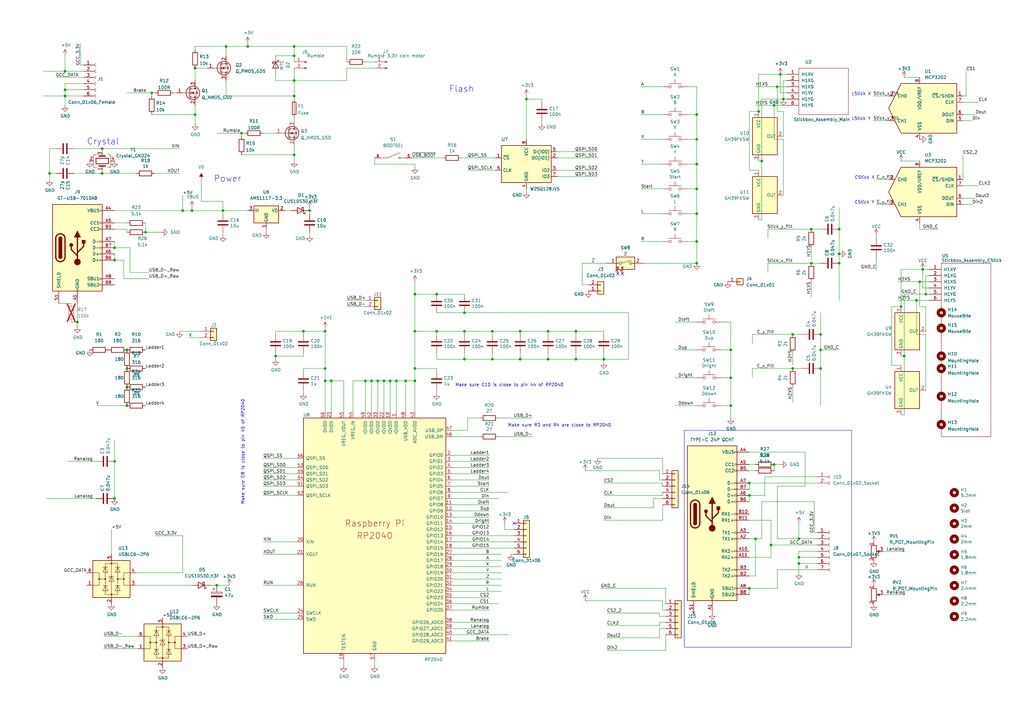
<source format=kicad_sch>
(kicad_sch (version 20230121) (generator eeschema)
  (paper "A3")
  (lib_symbols
    (symbol "Analog_ADC:MCP3002" (pin_names (offset 1.016))
      (property "Reference" "U" (at -6.35 11.43 0))
      (property "Value" "MCP3002" (at 11.43 11.43 0))
      (symbol "MCP3002_1_1"
        (pin input line (at 17.78 5.08 180) (length 2.54) (name "~{CS}/SHDN") (number "1"))
        (pin passive line (at -12.7 5.08 0) (length 2.54) (name "CH0") (number "2"))
        (pin passive line (at -12.7 -5.08 0) (length 2.54) (name "CH1") (number "3"))
        (pin power_in line (at 0 -12.7 90) (length 2.54) (name "VSS") (number "4"))
        (pin input line (at 17.78 -5.08 180) (length 2.54) (name "DIN") (number "5"))
        (pin output line (at 17.78 -2.54 180) (length 2.54) (name "DOUT") (number "6"))
        (pin input line (at 17.78 2.54 180) (length 2.54) (name "CLK") (number "7"))
        (pin power_in line (at 0 12.7 270) (length 2.54) (name "VDD/VREF") (number "8"))
      )
    )
    (symbol "Connector:Conn_01x02_Male" (pin_names (offset 1.016) hide)
      (property "Reference" "J" (at 0 2.54 0))
      (property "Value" "Conn_01x02_Male" (at 0 -5.08 0))
      (symbol "Conn_01x02_Male_1_1"
        (pin passive line (at 5.08 0 180) (length 3.81) (name "Pin_1") (number "1"))
        (pin passive line (at 5.08 -2.54 180) (length 3.81) (name "Pin_2") (number "2"))
      )
    )
    (symbol "Connector:Conn_01x02_Socket" (pin_names (offset 1.016) hide)
      (property "Reference" "J" (at 0 2.54 0))
      (property "Value" "Conn_01x02_Socket" (at 0 -5.08 0))
      (symbol "Conn_01x02_Socket_1_1"
        (pin passive line (at -5.08 0 0) (length 3.81) (name "Pin_1") (number "1"))
        (pin passive line (at -5.08 -2.54 0) (length 3.81) (name "Pin_2") (number "2"))
      )
    )
    (symbol "Connector:Conn_01x06_Female" (pin_names (offset 1.016) hide)
      (property "Reference" "J" (at 0 7.62 0))
      (property "Value" "Conn_01x06_Female" (at 0 -10.16 0))
      (symbol "Conn_01x06_Female_1_1"
        (pin passive line (at -5.08 5.08 0) (length 3.81) (name "Pin_1") (number "1"))
        (pin passive line (at -5.08 2.54 0) (length 3.81) (name "Pin_2") (number "2"))
        (pin passive line (at -5.08 0 0) (length 3.81) (name "Pin_3") (number "3"))
        (pin passive line (at -5.08 -2.54 0) (length 3.81) (name "Pin_4") (number "4"))
        (pin passive line (at -5.08 -5.08 0) (length 3.81) (name "Pin_5") (number "5"))
        (pin passive line (at -5.08 -7.62 0) (length 3.81) (name "Pin_6") (number "6"))
      )
    )
    (symbol "Connector:Conn_01x07_Socket" (pin_names (offset 1.016) hide)
      (property "Reference" "J" (at 0 10.16 0))
      (property "Value" "Conn_01x07_Socket" (at 0 -10.16 0))
      (symbol "Conn_01x07_Socket_1_1"
        (pin passive line (at -5.08 7.62 0) (length 3.81) (name "Pin_1") (number "1"))
        (pin passive line (at -5.08 5.08 0) (length 3.81) (name "Pin_2") (number "2"))
        (pin passive line (at -5.08 2.54 0) (length 3.81) (name "Pin_3") (number "3"))
        (pin passive line (at -5.08 0 0) (length 3.81) (name "Pin_4") (number "4"))
        (pin passive line (at -5.08 -2.54 0) (length 3.81) (name "Pin_5") (number "5"))
        (pin passive line (at -5.08 -5.08 0) (length 3.81) (name "Pin_6") (number "6"))
        (pin passive line (at -5.08 -7.62 0) (length 3.81) (name "Pin_7") (number "7"))
      )
    )
    (symbol "Connector:USB_C_Receptacle" (pin_names (offset 1.016))
      (property "Reference" "J" (at -10.16 29.21 0))
      (property "Value" "USB_C_Receptacle" (at 10.16 29.21 0))
      (symbol "USB_C_Receptacle_1_1"
        (pin passive line (at 0 -40.64 90) (length 5.08) (name "GND") (number "A1"))
        (pin bidirectional line (at 15.24 -15.24 180) (length 5.08) (name "RX2-") (number "A10"))
        (pin bidirectional line (at 15.24 -17.78 180) (length 5.08) (name "RX2+") (number "A11"))
        (pin passive line (at 0 -40.64 90) (length 5.08) hide (name "GND") (number "A12"))
        (pin bidirectional line (at 15.24 -10.16 180) (length 5.08) (name "TX1+") (number "A2"))
        (pin bidirectional line (at 15.24 -7.62 180) (length 5.08) (name "TX1-") (number "A3"))
        (pin passive line (at 15.24 25.4 180) (length 5.08) (name "VBUS") (number "A4"))
        (pin bidirectional line (at 15.24 20.32 180) (length 5.08) (name "CC1") (number "A5"))
        (pin bidirectional line (at 15.24 7.62 180) (length 5.08) (name "D+") (number "A6"))
        (pin bidirectional line (at 15.24 12.7 180) (length 5.08) (name "D-") (number "A7"))
        (pin bidirectional line (at 15.24 -30.48 180) (length 5.08) (name "SBU1") (number "A8"))
        (pin passive line (at 15.24 25.4 180) (length 5.08) hide (name "VBUS") (number "A9"))
        (pin passive line (at 0 -40.64 90) (length 5.08) hide (name "GND") (number "B1"))
        (pin bidirectional line (at 15.24 0 180) (length 5.08) (name "RX1-") (number "B10"))
        (pin bidirectional line (at 15.24 -2.54 180) (length 5.08) (name "RX1+") (number "B11"))
        (pin passive line (at 0 -40.64 90) (length 5.08) hide (name "GND") (number "B12"))
        (pin bidirectional line (at 15.24 -25.4 180) (length 5.08) (name "TX2+") (number "B2"))
        (pin bidirectional line (at 15.24 -22.86 180) (length 5.08) (name "TX2-") (number "B3"))
        (pin passive line (at 15.24 25.4 180) (length 5.08) hide (name "VBUS") (number "B4"))
        (pin bidirectional line (at 15.24 17.78 180) (length 5.08) (name "CC2") (number "B5"))
        (pin bidirectional line (at 15.24 5.08 180) (length 5.08) (name "D+") (number "B6"))
        (pin bidirectional line (at 15.24 10.16 180) (length 5.08) (name "D-") (number "B7"))
        (pin bidirectional line (at 15.24 -33.02 180) (length 5.08) (name "SBU2") (number "B8"))
        (pin passive line (at 15.24 25.4 180) (length 5.08) hide (name "VBUS") (number "B9"))
        (pin passive line (at -7.62 -40.64 90) (length 5.08) (name "SHIELD") (number "S1"))
      )
    )
    (symbol "Connector:USB_C_Receptacle_USB2.0" (pin_names (offset 1.016))
      (property "Reference" "J" (at -10.16 19.05 0))
      (property "Value" "USB_C_Receptacle_USB2.0" (at 19.05 19.05 0))
      (symbol "USB_C_Receptacle_USB2.0_1_1"
        (pin passive line (at 0 -22.86 90) (length 5.08) (name "GND") (number "A1"))
        (pin passive line (at 0 -22.86 90) (length 5.08) hide (name "GND") (number "A12"))
        (pin passive line (at 15.24 15.24 180) (length 5.08) (name "VBUS") (number "A4"))
        (pin bidirectional line (at 15.24 10.16 180) (length 5.08) (name "CC1") (number "A5"))
        (pin bidirectional line (at 15.24 -2.54 180) (length 5.08) (name "D+") (number "A6"))
        (pin bidirectional line (at 15.24 2.54 180) (length 5.08) (name "D-") (number "A7"))
        (pin bidirectional line (at 15.24 -12.7 180) (length 5.08) (name "SBU1") (number "A8"))
        (pin passive line (at 15.24 15.24 180) (length 5.08) hide (name "VBUS") (number "A9"))
        (pin passive line (at 0 -22.86 90) (length 5.08) hide (name "GND") (number "B1"))
        (pin passive line (at 0 -22.86 90) (length 5.08) hide (name "GND") (number "B12"))
        (pin passive line (at 15.24 15.24 180) (length 5.08) hide (name "VBUS") (number "B4"))
        (pin bidirectional line (at 15.24 7.62 180) (length 5.08) (name "CC2") (number "B5"))
        (pin bidirectional line (at 15.24 -5.08 180) (length 5.08) (name "D+") (number "B6"))
        (pin bidirectional line (at 15.24 0 180) (length 5.08) (name "D-") (number "B7"))
        (pin bidirectional line (at 15.24 -15.24 180) (length 5.08) (name "SBU2") (number "B8"))
        (pin passive line (at 15.24 15.24 180) (length 5.08) hide (name "VBUS") (number "B9"))
        (pin passive line (at -7.62 -22.86 90) (length 5.08) (name "SHIELD") (number "S1"))
      )
    )
    (symbol "Connector_Generic:Conn_01x01" (pin_names (offset 1.016) hide)
      (property "Reference" "J" (at 0 2.54 0))
      (property "Value" "Conn_01x01" (at 0 -2.54 0))
      (symbol "Conn_01x01_1_1"
        (pin passive line (at -5.08 0 0) (length 3.81) (name "Pin_1") (number "1"))
      )
    )
    (symbol "Connector_Generic:Conn_01x02" (pin_names (offset 1.016) hide)
      (property "Reference" "J" (at 0 2.54 0))
      (property "Value" "Conn_01x02" (at 0 -5.08 0))
      (symbol "Conn_01x02_1_1"
        (pin passive line (at -5.08 0 0) (length 3.81) (name "Pin_1") (number "1"))
        (pin passive line (at -5.08 -2.54 0) (length 3.81) (name "Pin_2") (number "2"))
      )
    )
    (symbol "Connector_Generic:Conn_01x06" (pin_names (offset 1.016) hide)
      (property "Reference" "J" (at 0 7.62 0))
      (property "Value" "Conn_01x06" (at 0 -10.16 0))
      (symbol "Conn_01x06_1_1"
        (pin passive line (at -5.08 5.08 0) (length 3.81) (name "Pin_1") (number "1"))
        (pin passive line (at -5.08 2.54 0) (length 3.81) (name "Pin_2") (number "2"))
        (pin passive line (at -5.08 0 0) (length 3.81) (name "Pin_3") (number "3"))
        (pin passive line (at -5.08 -2.54 0) (length 3.81) (name "Pin_4") (number "4"))
        (pin passive line (at -5.08 -5.08 0) (length 3.81) (name "Pin_5") (number "5"))
        (pin passive line (at -5.08 -7.62 0) (length 3.81) (name "Pin_6") (number "6"))
      )
    )
    (symbol "Device:C" (pin_numbers hide) (pin_names (offset 0.254))
      (property "Reference" "C" (at 0.635 2.54 0))
      (property "Value" "C" (at 0.635 -2.54 0))
      (symbol "C_1_1"
        (pin passive line (at 0 3.81 270) (length 2.794) (name "~") (number "1"))
        (pin passive line (at 0 -3.81 90) (length 2.794) (name "~") (number "2"))
      )
    )
    (symbol "Device:C_Polarized" (pin_numbers hide) (pin_names (offset 0.254))
      (property "Reference" "C" (at 0.635 2.54 0))
      (property "Value" "C_Polarized" (at 0.635 -2.54 0))
      (symbol "C_Polarized_1_1"
        (pin passive line (at 0 3.81 270) (length 2.794) (name "~") (number "1"))
        (pin passive line (at 0 -3.81 90) (length 2.794) (name "~") (number "2"))
      )
    )
    (symbol "Device:Crystal_GND24" (pin_names (offset 1.016) hide)
      (property "Reference" "Y" (at 3.175 5.08 0))
      (property "Value" "Crystal_GND24" (at 3.175 3.175 0))
      (symbol "Crystal_GND24_1_1"
        (pin passive line (at -3.81 0 0) (length 1.27) (name "1") (number "1"))
        (pin passive line (at 0 5.08 270) (length 1.27) (name "2") (number "2"))
        (pin passive line (at 3.81 0 180) (length 1.27) (name "3") (number "3"))
        (pin passive line (at 0 -5.08 90) (length 1.27) (name "4") (number "4"))
      )
    )
    (symbol "Device:D_Schottky" (pin_numbers hide) (pin_names (offset 1.016) hide)
      (property "Reference" "D" (at 0 2.54 0))
      (property "Value" "D_Schottky" (at 0 -2.54 0))
      (symbol "D_Schottky_1_1"
        (pin passive line (at -3.81 0 0) (length 2.54) (name "K") (number "1"))
        (pin passive line (at 3.81 0 180) (length 2.54) (name "A") (number "2"))
      )
    )
    (symbol "Device:Fuse" (pin_numbers hide) (pin_names (offset 0))
      (property "Reference" "F" (at 2.032 0 90))
      (property "Value" "Fuse" (at -1.905 0 90))
      (symbol "Fuse_1_1"
        (pin passive line (at 0 3.81 270) (length 1.27) (name "~") (number "1"))
        (pin passive line (at 0 -3.81 90) (length 1.27) (name "~") (number "2"))
      )
    )
    (symbol "Device:Q_NMOS_GSD" (pin_names (offset 0) hide)
      (property "Reference" "Q" (at 5.08 1.27 0))
      (property "Value" "Q_NMOS_GSD" (at 5.08 -1.27 0))
      (symbol "Q_NMOS_GSD_1_1"
        (pin input line (at -5.08 0 0) (length 2.54) (name "G") (number "1"))
        (pin passive line (at 2.54 -5.08 90) (length 2.54) (name "S") (number "2"))
        (pin passive line (at 2.54 5.08 270) (length 2.54) (name "D") (number "3"))
      )
    )
    (symbol "Device:Q_PMOS_GSD" (pin_names (offset 0) hide)
      (property "Reference" "Q" (at 5.08 1.27 0))
      (property "Value" "Q_PMOS_GSD" (at 5.08 -1.27 0))
      (symbol "Q_PMOS_GSD_1_1"
        (pin input line (at -5.08 0 0) (length 2.54) (name "G") (number "1"))
        (pin passive line (at 2.54 -5.08 90) (length 2.54) (name "S") (number "2"))
        (pin passive line (at 2.54 5.08 270) (length 2.54) (name "D") (number "3"))
      )
    )
    (symbol "Device:R" (pin_numbers hide) (pin_names (offset 0))
      (property "Reference" "R" (at 2.032 0 90))
      (property "Value" "R" (at 0 0 90))
      (symbol "R_1_1"
        (pin passive line (at 0 3.81 270) (length 1.27) (name "~") (number "1"))
        (pin passive line (at 0 -3.81 90) (length 1.27) (name "~") (number "2"))
      )
    )
    (symbol "Diode:MBR0520" (pin_numbers hide) (pin_names (offset 1.016) hide)
      (property "Reference" "D" (at 0 2.54 0))
      (property "Value" "MBR0520" (at 0 -2.54 0))
      (symbol "MBR0520_1_1"
        (pin passive line (at -3.81 0 0) (length 2.54) (name "K") (number "1"))
        (pin passive line (at 3.81 0 180) (length 2.54) (name "A") (number "2"))
      )
    )
    (symbol "GCC:+3.3V" (power) (pin_names (offset 0))
      (property "Value" "+3.3V" (at 0 3.556 0))
      (symbol "+3.3V_1_1"
        (pin power_in line (at 0 0 90) (length 0) hide (name "+3V3") (number "1"))
      )
    )
    (symbol "GCC:Gamecube-MB-rescue_Slider_GCC-Gamecube_MB" (pin_names (offset 1.016) hide)
      (property "Reference" "RV" (at -8.255 0 90))
      (property "Value" "Gamecube-MB-rescue_Slider_GCC-Gamecube_MB" (at -6.35 0 90))
      (symbol "Gamecube-MB-rescue_Slider_GCC-Gamecube_MB_1_1"
        (pin passive line (at 0 3.81 270) (length 1.27) (name "V+") (number "1"))
        (pin passive line (at 0 -3.81 90) (length 1.27) (name "GND") (number "2"))
        (pin passive line (at 3.81 0 180) (length 1.27) (name "Signal") (number "3"))
      )
    )
    (symbol "GCC:Gamecube-MB-rescue_Stickbox_Assembly-Gamecube_MB" (pin_names (offset 1.016))
      (property "Reference" "U2" (at 2.54 2.54 0))
      (property "Value" "Stickbox_Assembly_Main" (at -11.43 -21.59 0))
      (symbol "Gamecube-MB-rescue_Stickbox_Assembly-Gamecube_MB_0_0"
        (pin unspecified line (at -5.08 -2.54 0) (length 5.08) (name "H1XV") (number "1"))
        (pin unspecified line (at -5.08 -5.08 0) (length 5.08) (name "H1XG") (number "2"))
        (pin unspecified line (at -5.08 -7.62 0) (length 5.08) (name "H1XS") (number "3"))
        (pin unspecified line (at -5.08 -10.16 0) (length 5.08) (name "H1YV") (number "4"))
        (pin unspecified line (at -5.08 -12.7 0) (length 5.08) (name "H1YG") (number "5"))
        (pin unspecified line (at -5.08 -15.24 0) (length 5.08) (name "H1YS") (number "6"))
      )
    )
    (symbol "GND_1" (power) (pin_names (offset 0))
      (property "Value" "GND_1" (at 0 -3.81 0))
      (symbol "GND_1_1_1"
        (pin power_in line (at 0 0 270) (length 0) hide (name "GND") (number "1"))
      )
    )
    (symbol "GND_2" (power) (pin_names (offset 0))
      (property "Value" "GND_2" (at 0 -3.81 0))
      (symbol "GND_2_1_1"
        (pin power_in line (at 0 0 270) (length 0) hide (name "GND") (number "1"))
      )
    )
    (symbol "Gamecube MB:Stickbox_Assembly_Hall_Only" (pin_names (offset 1.016))
      (property "Reference" "U5" (at 0.127 3.048 0))
      (property "Value" "Stickbox_Assembly_CStick" (at 0.127 1.143 0))
      (symbol "Stickbox_Assembly_Hall_Only_0_0"
        (pin unspecified line (at -5.08 -2.54 0) (length 5.08) (name "H1XV") (number "1"))
        (pin unspecified line (at -5.08 -5.08 0) (length 5.08) (name "H1XG") (number "2"))
        (pin unspecified line (at -5.08 -7.62 0) (length 5.08) (name "H1XS") (number "3"))
        (pin unspecified line (at -5.08 -10.16 0) (length 5.08) (name "H1YV") (number "4"))
        (pin unspecified line (at -5.08 -12.7 0) (length 5.08) (name "H1YG") (number "5"))
        (pin unspecified line (at -5.08 -15.24 0) (length 5.08) (name "H1YS") (number "6"))
      )
    )
    (symbol "MCU_RaspberryPi_RP2040:RP2040" (pin_names (offset 1.016))
      (property "Reference" "U" (at -29.21 49.53 0))
      (property "Value" "RP2040" (at 24.13 -49.53 0))
      (symbol "RP2040_0_0"
        (text "Raspberry Pi" (at 0 5.08 0) (effects (font (size 2.54 2.54))))
        (text "RP2040" (at 0 0 0) (effects (font (size 2.54 2.54))))
      )
      (symbol "RP2040_1_1"
        (pin power_in line (at 8.89 50.8 270) (length 2.54) (name "IOVDD") (number "1"))
        (pin power_in line (at 6.35 50.8 270) (length 2.54) (name "IOVDD") (number "10"))
        (pin bidirectional line (at 31.75 12.7 180) (length 2.54) (name "GPIO8") (number "11"))
        (pin bidirectional line (at 31.75 10.16 180) (length 2.54) (name "GPIO9") (number "12"))
        (pin bidirectional line (at 31.75 7.62 180) (length 2.54) (name "GPIO10") (number "13"))
        (pin bidirectional line (at 31.75 5.08 180) (length 2.54) (name "GPIO11") (number "14"))
        (pin bidirectional line (at 31.75 2.54 180) (length 2.54) (name "GPIO12") (number "15"))
        (pin bidirectional line (at 31.75 0 180) (length 2.54) (name "GPIO13") (number "16"))
        (pin bidirectional line (at 31.75 -2.54 180) (length 2.54) (name "GPIO14") (number "17"))
        (pin bidirectional line (at 31.75 -5.08 180) (length 2.54) (name "GPIO15") (number "18"))
        (pin passive line (at -12.7 -50.8 90) (length 2.54) (name "TESTEN") (number "19"))
        (pin bidirectional line (at 31.75 33.02 180) (length 2.54) (name "GPIO0") (number "2"))
        (pin input line (at -31.75 -2.54 0) (length 2.54) (name "XIN") (number "20"))
        (pin passive line (at -31.75 -7.62 0) (length 2.54) (name "XOUT") (number "21"))
        (pin power_in line (at 3.81 50.8 270) (length 2.54) (name "IOVDD") (number "22"))
        (pin power_in line (at -17.78 50.8 270) (length 2.54) (name "DVDD") (number "23"))
        (pin output line (at -31.75 -31.75 0) (length 2.54) (name "SWCLK") (number "24"))
        (pin bidirectional line (at -31.75 -34.29 0) (length 2.54) (name "SWD") (number "25"))
        (pin input line (at -31.75 -20.32 0) (length 2.54) (name "RUN") (number "26"))
        (pin bidirectional line (at 31.75 -7.62 180) (length 2.54) (name "GPIO16") (number "27"))
        (pin bidirectional line (at 31.75 -10.16 180) (length 2.54) (name "GPIO17") (number "28"))
        (pin bidirectional line (at 31.75 -12.7 180) (length 2.54) (name "GPIO18") (number "29"))
        (pin bidirectional line (at 31.75 30.48 180) (length 2.54) (name "GPIO1") (number "3"))
        (pin bidirectional line (at 31.75 -15.24 180) (length 2.54) (name "GPIO19") (number "30"))
        (pin bidirectional line (at 31.75 -17.78 180) (length 2.54) (name "GPIO20") (number "31"))
        (pin bidirectional line (at 31.75 -20.32 180) (length 2.54) (name "GPIO21") (number "32"))
        (pin power_in line (at 1.27 50.8 270) (length 2.54) (name "IOVDD") (number "33"))
        (pin bidirectional line (at 31.75 -22.86 180) (length 2.54) (name "GPIO22") (number "34"))
        (pin bidirectional line (at 31.75 -25.4 180) (length 2.54) (name "GPIO23") (number "35"))
        (pin bidirectional line (at 31.75 -27.94 180) (length 2.54) (name "GPIO24") (number "36"))
        (pin bidirectional line (at 31.75 -30.48 180) (length 2.54) (name "GPIO25") (number "37"))
        (pin bidirectional line (at 31.75 -35.56 180) (length 2.54) (name "GPIO26_ADC0") (number "38"))
        (pin bidirectional line (at 31.75 -38.1 180) (length 2.54) (name "GPIO27_ADC1") (number "39"))
        (pin bidirectional line (at 31.75 27.94 180) (length 2.54) (name "GPIO2") (number "4"))
        (pin bidirectional line (at 31.75 -40.64 180) (length 2.54) (name "GPIO28_ADC2") (number "40"))
        (pin bidirectional line (at 31.75 -43.18 180) (length 2.54) (name "GPIO29_ADC3") (number "41"))
        (pin power_in line (at -1.27 50.8 270) (length 2.54) (name "IOVDD") (number "42"))
        (pin power_in line (at 16.51 50.8 270) (length 2.54) (name "ADC_AVDD") (number "43"))
        (pin power_in line (at -8.89 50.8 270) (length 2.54) (name "VREG_IN") (number "44"))
        (pin power_out line (at -12.7 50.8 270) (length 2.54) (name "VREG_VOUT") (number "45"))
        (pin bidirectional line (at 31.75 40.64 180) (length 2.54) (name "USB_DM") (number "46"))
        (pin bidirectional line (at 31.75 43.18 180) (length 2.54) (name "USB_DP") (number "47"))
        (pin power_in line (at 12.7 50.8 270) (length 2.54) (name "USB_VDD") (number "48"))
        (pin power_in line (at -3.81 50.8 270) (length 2.54) (name "IOVDD") (number "49"))
        (pin bidirectional line (at 31.75 25.4 180) (length 2.54) (name "GPIO3") (number "5"))
        (pin power_in line (at -20.32 50.8 270) (length 2.54) (name "DVDD") (number "50"))
        (pin bidirectional line (at -31.75 20.32 0) (length 2.54) (name "QSPI_SD3") (number "51"))
        (pin output line (at -31.75 16.51 0) (length 2.54) (name "QSPI_SCLK") (number "52"))
        (pin bidirectional line (at -31.75 27.94 0) (length 2.54) (name "QSPI_SD0") (number "53"))
        (pin bidirectional line (at -31.75 22.86 0) (length 2.54) (name "QSPI_SD2") (number "54"))
        (pin bidirectional line (at -31.75 25.4 0) (length 2.54) (name "QSPI_SD1") (number "55"))
        (pin bidirectional line (at -31.75 31.75 0) (length 2.54) (name "QSPI_SS") (number "56"))
        (pin power_in line (at 0 -50.8 90) (length 2.54) (name "GND") (number "57"))
        (pin bidirectional line (at 31.75 22.86 180) (length 2.54) (name "GPIO4") (number "6"))
        (pin bidirectional line (at 31.75 20.32 180) (length 2.54) (name "GPIO5") (number "7"))
        (pin bidirectional line (at 31.75 17.78 180) (length 2.54) (name "GPIO6") (number "8"))
        (pin bidirectional line (at 31.75 15.24 180) (length 2.54) (name "GPIO7") (number "9"))
      )
    )
    (symbol "Mechanical:MountingHole" (pin_names (offset 1.016))
      (property "Reference" "H" (at 0 5.08 0))
      (property "Value" "MountingHole" (at 0 3.175 0))
    )
    (symbol "Memory_Flash:W25Q128JVS"
      (property "Reference" "U" (at -8.89 8.89 0))
      (property "Value" "W25Q128JVS" (at 7.62 8.89 0))
      (symbol "W25Q128JVS_1_1"
        (pin input line (at -12.7 2.54 0) (length 2.54) (name "~{CS}") (number "1"))
        (pin bidirectional line (at 12.7 2.54 180) (length 2.54) (name "DO(IO1)") (number "2"))
        (pin bidirectional line (at 12.7 -2.54 180) (length 2.54) (name "IO2") (number "3"))
        (pin power_in line (at 0 -10.16 90) (length 2.54) (name "GND") (number "4"))
        (pin bidirectional line (at 12.7 5.08 180) (length 2.54) (name "DI(IO0)") (number "5"))
        (pin input line (at -12.7 -2.54 0) (length 2.54) (name "CLK") (number "6"))
        (pin bidirectional line (at 12.7 -5.08 180) (length 2.54) (name "IO3") (number "7"))
        (pin power_in line (at 0 10.16 270) (length 2.54) (name "VCC") (number "8"))
      )
    )
    (symbol "PhobGCC_Symbol_Library:SW_DIP_x01" (pin_names (offset 0) hide)
      (property "Reference" "SW8" (at 0 6.35 0))
      (property "Value" "Z" (at 0 3.81 0))
      (symbol "SW_DIP_x01_1_1"
        (pin passive line (at -7.62 0 0) (length 5.08) (name "~") (number "1"))
        (pin passive line (at 7.62 0 180) (length 5.08) (name "~") (number "2"))
        (pin no_connect line (at -3.175 -1.778 270) (length 2.54) (name "") (number "3"))
        (pin no_connect line (at -1.27 -1.778 270) (length 2.54) (name "") (number "4"))
      )
    )
    (symbol "Power_Protection:USBLC6-2P6" (pin_names hide)
      (property "Reference" "U" (at 2.54 8.89 0))
      (property "Value" "USBLC6-2P6" (at 2.54 -8.89 0))
      (symbol "USBLC6-2P6_1_1"
        (pin passive line (at -10.16 -2.54 0) (length 2.54) (name "I/O1") (number "1"))
        (pin passive line (at 0 -10.16 90) (length 2.54) (name "GND") (number "2"))
        (pin passive line (at 10.16 -2.54 180) (length 2.54) (name "I/O2") (number "3"))
        (pin passive line (at 10.16 2.54 180) (length 2.54) (name "I/O2") (number "4"))
        (pin passive line (at 0 10.16 270) (length 2.54) (name "VBUS") (number "5"))
        (pin passive line (at -10.16 2.54 0) (length 2.54) (name "I/O1") (number "6"))
      )
    )
    (symbol "Regulator_Linear:AMS1117-3.3" (pin_names (offset 0.254))
      (property "Reference" "U" (at -3.81 3.175 0))
      (property "Value" "AMS1117-3.3" (at 0 3.175 0))
      (symbol "AMS1117-3.3_1_1"
        (pin power_in line (at 0 -7.62 90) (length 2.54) (name "GND") (number "1"))
        (pin power_out line (at 7.62 0 180) (length 2.54) (name "VO") (number "2"))
        (pin power_in line (at -7.62 0 0) (length 2.54) (name "VI") (number "3"))
      )
    )
    (symbol "Sensor_Magnetic:DRV5055A2xDBZxQ1"
      (property "Reference" "U" (at 2.54 12.7 0))
      (property "Value" "DRV5055A2xDBZxQ1" (at 2.54 10.16 0))
      (symbol "DRV5055A2xDBZxQ1_1_1"
        (pin power_in line (at -2.54 10.16 270) (length 2.54) (name "VCC") (number "1"))
        (pin output line (at 7.62 0 180) (length 2.54) (name "OUT") (number "2"))
        (pin power_in line (at -2.54 -10.16 90) (length 2.54) (name "GND") (number "3"))
      )
    )
    (symbol "Switch:SW_Push" (pin_numbers hide) (pin_names (offset 1.016) hide)
      (property "Reference" "SW" (at 1.27 2.54 0))
      (property "Value" "SW_Push" (at 0 -1.524 0))
      (symbol "SW_Push_0_1"
        (pin passive line (at -5.08 0 0) (length 2.54) (name "1") (number "1"))
        (pin passive line (at 5.08 0 180) (length 2.54) (name "2") (number "2"))
      )
    )
    (symbol "TS-1187A-B-A-B:TS-1187A-B-A-B" (pin_names (offset 1.016) hide)
      (property "Reference" "S" (at -2.54 2.54 0))
      (property "Value" "TS-1187A-B-A-B" (at -2.54 -2.54 0))
      (symbol "TS-1187A-B-A-B_0_0"
        (pin passive line (at -7.62 0 0) (length 2.54) (name "~") (number "A"))
        (pin passive line (at -7.62 0 0) (length 2.54) (name "~") (number "B"))
        (pin passive line (at 7.62 0 180) (length 2.54) (name "~") (number "C"))
        (pin passive line (at 7.62 0 180) (length 2.54) (name "~") (number "D"))
      )
    )
    (symbol "power:+1V1" (power) (pin_names (offset 0))
      (property "Value" "+1V1" (at 0 3.556 0))
      (symbol "+1V1_1_1"
        (pin power_in line (at 0 0 90) (length 0) hide (name "+1V1") (number "1"))
      )
    )
    (symbol "power:+3V3" (power) (pin_names (offset 0))
      (property "Value" "+3V3" (at 0 3.556 0))
      (symbol "+3V3_1_1"
        (pin power_in line (at 0 0 90) (length 0) hide (name "+3V3") (number "1"))
      )
    )
    (symbol "power:+5V" (power) (pin_names (offset 0))
      (property "Value" "+5V" (at 0 3.556 0))
      (symbol "+5V_1_1"
        (pin power_in line (at 0 0 90) (length 0) hide (name "+5V") (number "1"))
      )
    )
    (symbol "power:GND" (power) (pin_names (offset 0))
      (property "Value" "GND" (at 0 -3.81 0))
      (symbol "GND_1_1"
        (pin power_in line (at 0 0 270) (length 0) hide (name "GND") (number "1"))
      )
    )
    (symbol "power:VBUS" (power) (pin_names (offset 0))
      (property "Value" "VBUS" (at 0 3.81 0))
      (symbol "VBUS_1_1"
        (pin power_in line (at 0 0 90) (length 0) hide (name "VBUS") (number "1"))
      )
    )
    (symbol "power:VCC" (power) (pin_names (offset 0))
      (property "Value" "VCC" (at 0 3.81 0))
      (symbol "VCC_1_1"
        (pin power_in line (at 0 0 90) (length 0) hide (name "VCC") (number "1"))
      )
    )
    (symbol "power:VS" (power) (pin_names (offset 0))
      (property "Value" "VS" (at 0 3.81 0))
      (symbol "VS_1_1"
        (pin power_in line (at 0 0 90) (length 0) hide (name "VS") (number "1"))
      )
    )
  )
  (junction (at 170.18 156.21))
  (junction (at 78.74 86.36))
  (junction (at 120.65 39.37))
  (junction (at 88.9 240.03))
  (junction (at 344.17 93.98))
  (junction (at 285.75 57.15))
  (junction (at 377.19 115.57))
  (junction (at 160.02 156.21))
  (junction (at 285.75 67.31))
  (junction (at 344.17 104.14))
  (junction (at 336.55 137.16))
  (junction (at 190.5 135.89))
  (junction (at 152.4 156.21))
  (junction (at 46.99 101.6))
  (junction (at 344.17 107.95))
  (junction (at 224.79 135.89))
  (junction (at 247.65 147.32))
  (junction (at 318.77 35.56))
  (junction (at 213.36 147.32))
  (junction (at 149.86 156.21))
  (junction (at 154.94 156.21))
  (junction (at 307.34 198.12))
  (junction (at 201.93 135.89))
  (junction (at 236.22 147.32))
  (junction (at 369.57 125.73))
  (junction (at 120.65 22.86))
  (junction (at 332.74 93.98))
  (junction (at 307.34 241.3))
  (junction (at 80.01 46.99))
  (junction (at 321.31 40.64))
  (junction (at 299.72 166.37))
  (junction (at 120.65 33.02))
  (junction (at 179.07 120.65))
  (junction (at 157.48 156.21))
  (junction (at 320.04 30.48))
  (junction (at 179.07 135.89))
  (junction (at 26.67 36.83))
  (junction (at 92.71 19.05))
  (junction (at 213.36 135.89))
  (junction (at 135.89 156.21))
  (junction (at 190.5 147.32))
  (junction (at 317.5 43.18))
  (junction (at 52.07 143.51))
  (junction (at 336.55 143.51))
  (junction (at 299.72 154.94))
  (junction (at 52.07 166.37))
  (junction (at 311.15 45.72))
  (junction (at 46.99 106.68))
  (junction (at 52.07 151.13))
  (junction (at 285.75 107.95))
  (junction (at 201.93 147.32))
  (junction (at 41.91 71.12))
  (junction (at 31.75 132.08))
  (junction (at 316.23 223.52))
  (junction (at 101.6 19.05))
  (junction (at 91.44 86.36))
  (junction (at 312.42 66.04))
  (junction (at 120.65 63.5))
  (junction (at 20.32 71.12))
  (junction (at 62.23 38.1))
  (junction (at 285.75 46.99))
  (junction (at 46.99 204.47))
  (junction (at 59.69 95.25))
  (junction (at 166.37 156.21))
  (junction (at 215.9 40.64))
  (junction (at 113.03 146.05))
  (junction (at 133.35 156.21))
  (junction (at 285.75 99.06))
  (junction (at 379.73 120.65))
  (junction (at 299.72 143.51))
  (junction (at 124.46 135.89))
  (junction (at 133.35 151.13))
  (junction (at 46.99 189.23))
  (junction (at 41.91 60.96))
  (junction (at 99.06 54.61))
  (junction (at 74.93 86.36))
  (junction (at 170.18 120.65))
  (junction (at 370.84 146.05))
  (junction (at 285.75 87.63))
  (junction (at 162.56 156.21))
  (junction (at 309.88 220.98))
  (junction (at 26.67 39.37))
  (junction (at 307.34 203.2))
  (junction (at 236.22 135.89))
  (junction (at 378.46 110.49))
  (junction (at 80.01 27.94))
  (junction (at 332.74 107.95))
  (junction (at 325.12 151.13))
  (junction (at 336.55 151.13))
  (junction (at 325.12 137.16))
  (junction (at 26.67 29.21))
  (junction (at 285.75 77.47))
  (junction (at 190.5 128.27))
  (junction (at 133.35 135.89))
  (junction (at 224.79 147.32))
  (junction (at 170.18 135.89))
  (junction (at 327.66 220.98))
  (junction (at 127 86.36))
  (junction (at 327.66 231.14))
  (junction (at 120.65 19.05))
  (junction (at 170.18 151.13))
  (junction (at 327.66 228.6))
  (junction (at 375.92 123.19))
  (junction (at 317.5 190.5))
  (junction (at 52.07 158.75))
  (no_connect (at 253.365 112.268))
  (no_connect (at 255.27 112.268))
  (no_connect (at 210.82 214.63))
  (no_connect (at 284.48 251.46))
  (wire (pts (xy 309.88 236.22) (xy 309.88 220.98)))
  (wire (pts (xy 312.42 40.64) (xy 312.42 66.04)))
  (wire (pts (xy 273.05 252.73) (xy 270.51 252.73)))
  (wire (pts (xy 336.55 143.51) (xy 344.17 143.51)))
  (wire (pts (xy 120.65 22.86) (xy 120.65 19.05)))
  (wire (pts (xy 185.42 214.63) (xy 200.66 214.63)))
  (wire (pts (xy 308.61 137.16) (xy 308.61 140.97)))
  (wire (pts (xy 215.9 77.47) (xy 215.9 78.74)))
  (wire (pts (xy 281.94 67.31) (xy 285.75 67.31)))
  (wire (pts (xy 127 86.36) (xy 127 87.63)))
  (wire (pts (xy 135.89 168.91) (xy 135.89 156.21)))
  (wire (pts (xy 377.19 93.98) (xy 384.81 93.98)))
  (wire (pts (xy 170.18 115.57) (xy 170.18 120.65)))
  (wire (pts (xy 238.76 107.95) (xy 248.92 107.95)))
  (wire (pts (xy 318.77 45.72) (xy 318.77 35.56)))
  (wire (pts (xy 190.5 137.16) (xy 190.5 135.89)))
  (wire (pts (xy 334.01 205.74) (xy 334.01 218.44)))
  (wire (pts (xy 270.51 252.73) (xy 270.51 251.46)))
  (wire (pts (xy 299.72 166.37) (xy 299.72 171.45)))
  (wire (pts (xy 299.72 143.51) (xy 299.72 154.94)))
  (wire (pts (xy 271.78 204.47) (xy 267.97 204.47)))
  (wire (pts (xy 120.65 59.69) (xy 120.65 63.5)))
  (wire (pts (xy 207.01 214.63) (xy 207.01 217.17)))
  (wire (pts (xy 91.44 95.25) (xy 91.44 96.52)))
  (wire (pts (xy 170.18 135.89) (xy 170.18 151.13)))
  (wire (pts (xy 309.88 220.98) (xy 307.34 220.98)))
  (wire (pts (xy 264.16 107.95) (xy 285.75 107.95)))
  (wire (pts (xy 336.55 143.51) (xy 336.55 151.13)))
  (wire (pts (xy 152.4 156.21) (xy 154.94 156.21)))
  (wire (pts (xy 121.92 251.46) (xy 107.95 251.46)))
  (wire (pts (xy 322.58 30.48) (xy 320.04 30.48)))
  (wire (pts (xy 74.93 86.36) (xy 78.74 86.36)))
  (wire (pts (xy 99.06 54.61) (xy 100.33 54.61)))
  (wire (pts (xy 120.65 39.37) (xy 120.65 40.64)))
  (wire (pts (xy 401.32 41.91) (xy 394.97 41.91)))
  (wire (pts (xy 109.22 93.98) (xy 109.22 95.25)))
  (wire (pts (xy 224.79 147.32) (xy 213.36 147.32)))
  (wire (pts (xy 241.3 116.84) (xy 238.76 116.84)))
  (wire (pts (xy 179.07 120.65) (xy 170.18 120.65)))
  (wire (pts (xy 335.28 195.58) (xy 313.69 195.58)))
  (wire (pts (xy 365.76 149.86) (xy 365.76 125.73)))
  (wire (pts (xy 270.51 196.85) (xy 270.51 193.04)))
  (wire (pts (xy 313.69 203.2) (xy 307.34 203.2)))
  (wire (pts (xy 327.66 228.6) (xy 327.66 231.14)))
  (wire (pts (xy 379.73 160.02) (xy 379.73 137.16)))
  (wire (pts (xy 153.67 270.51) (xy 153.67 273.05)))
  (wire (pts (xy 39.37 189.23) (xy 27.94 189.23)))
  (wire (pts (xy 307.34 203.2) (xy 307.34 205.74)))
  (wire (pts (xy 379.73 113.03) (xy 379.73 120.65)))
  (wire (pts (xy 153.67 67.31) (xy 170.18 67.31)))
  (wire (pts (xy 381 113.03) (xy 379.73 113.03)))
  (wire (pts (xy 248.92 266.7) (xy 273.05 266.7)))
  (wire (pts (xy 236.22 147.32) (xy 247.65 147.32)))
  (wire (pts (xy 82.55 82.55) (xy 91.44 82.55)))
  (wire (pts (xy 185.42 186.69) (xy 200.66 186.69)))
  (wire (pts (xy 285.75 143.51) (xy 276.86 143.51)))
  (wire (pts (xy 185.42 262.89) (xy 200.66 262.89)))
  (wire (pts (xy 285.75 67.31) (xy 285.75 57.15)))
  (wire (pts (xy 124.46 152.4) (xy 124.46 151.13)))
  (wire (pts (xy 133.35 134.62) (xy 133.35 135.89)))
  (wire (pts (xy 316.23 223.52) (xy 335.28 223.52)))
  (wire (pts (xy 113.03 137.16) (xy 113.03 135.89)))
  (wire (pts (xy 365.76 125.73) (xy 369.57 125.73)))
  (wire (pts (xy 149.86 156.21) (xy 152.4 156.21)))
  (wire (pts (xy 170.18 67.31) (xy 170.18 68.58)))
  (wire (pts (xy 394.97 73.66) (xy 394.97 63.5)))
  (wire (pts (xy 179.07 152.4) (xy 179.07 151.13)))
  (wire (pts (xy 121.92 240.03) (xy 107.95 240.03)))
  (wire (pts (xy 63.5 71.12) (xy 73.66 71.12)))
  (wire (pts (xy 270.51 255.27) (xy 270.51 256.54)))
  (wire (pts (xy 236.22 137.16) (xy 236.22 135.89)))
  (wire (pts (xy 179.07 135.89) (xy 190.5 135.89)))
  (wire (pts (xy 190.5 144.78) (xy 190.5 147.32)))
  (wire (pts (xy 124.46 137.16) (xy 124.46 135.89)))
  (wire (pts (xy 247.65 203.2) (xy 271.78 203.2)))
  (wire (pts (xy 80.01 19.05) (xy 80.01 20.32)))
  (wire (pts (xy 113.03 144.78) (xy 113.03 146.05)))
  (wire (pts (xy 107.95 222.25) (xy 121.92 222.25)))
  (wire (pts (xy 185.42 240.03) (xy 205.74 240.03)))
  (wire (pts (xy 314.96 93.98) (xy 332.74 93.98)))
  (wire (pts (xy 185.42 179.07) (xy 196.85 179.07)))
  (wire (pts (xy 273.05 247.65) (xy 273.05 241.3)))
  (wire (pts (xy 257.81 128.27) (xy 257.81 147.32)))
  (wire (pts (xy 46.99 99.06) (xy 46.99 101.6)))
  (wire (pts (xy 73.66 135.89) (xy 82.55 135.89)))
  (wire (pts (xy 34.29 36.83) (xy 26.67 36.83)))
  (wire (pts (xy 55.88 240.03) (xy 78.74 240.03)))
  (wire (pts (xy 224.79 137.16) (xy 224.79 135.89)))
  (wire (pts (xy 308.61 137.16) (xy 325.12 137.16)))
  (wire (pts (xy 201.93 144.78) (xy 201.93 147.32)))
  (wire (pts (xy 378.46 110.49) (xy 369.57 110.49)))
  (wire (pts (xy 92.71 22.86) (xy 92.71 19.05)))
  (wire (pts (xy 308.61 151.13) (xy 308.61 154.94)))
  (wire (pts (xy 320.04 30.48) (xy 320.04 38.1)))
  (wire (pts (xy 42.545 266.065) (xy 56.515 266.065)))
  (wire (pts (xy 281.94 77.47) (xy 285.75 77.47)))
  (wire (pts (xy 160.02 156.21) (xy 162.56 156.21)))
  (wire (pts (xy 20.32 60.96) (xy 20.32 71.12)))
  (wire (pts (xy 273.05 255.27) (xy 270.51 255.27)))
  (wire (pts (xy 311.15 30.48) (xy 311.15 45.72)))
  (wire (pts (xy 336.55 137.16) (xy 336.55 143.51)))
  (wire (pts (xy 22.86 31.75) (xy 34.29 31.75)))
  (wire (pts (xy 201.93 135.89) (xy 213.36 135.89)))
  (wire (pts (xy 154.94 168.91) (xy 154.94 156.21)))
  (wire (pts (xy 332.74 121.92) (xy 332.74 115.57)))
  (wire (pts (xy 41.91 62.23) (xy 41.91 60.96)))
  (wire (pts (xy 344.17 123.19) (xy 344.17 107.95)))
  (wire (pts (xy 285.75 166.37) (xy 276.86 166.37)))
  (wire (pts (xy 344.17 93.98) (xy 344.17 85.09)))
  (wire (pts (xy 185.42 242.57) (xy 205.74 242.57)))
  (wire (pts (xy 91.44 86.36) (xy 101.6 86.36)))
  (wire (pts (xy 335.28 231.14) (xy 327.66 231.14)))
  (wire (pts (xy 120.65 27.94) (xy 120.65 33.02)))
  (wire (pts (xy 185.42 245.11) (xy 200.66 245.11)))
  (wire (pts (xy 113.03 22.86) (xy 120.65 22.86)))
  (wire (pts (xy 317.5 43.18) (xy 322.58 43.18)))
  (wire (pts (xy 316.23 228.6) (xy 307.34 228.6)))
  (wire (pts (xy 46.99 104.14) (xy 46.99 106.68)))
  (wire (pts (xy 375.92 137.16) (xy 375.92 123.19)))
  (wire (pts (xy 370.84 170.18) (xy 370.84 146.05)))
  (wire (pts (xy 321.31 40.64) (xy 312.42 40.64)))
  (wire (pts (xy 80.01 27.94) (xy 80.01 33.02)))
  (wire (pts (xy 314.96 107.95) (xy 332.74 107.95)))
  (wire (pts (xy 307.34 198.12) (xy 335.28 198.12)))
  (wire (pts (xy 307.34 236.22) (xy 309.88 236.22)))
  (wire (pts (xy 80.01 27.94) (xy 85.09 27.94)))
  (wire (pts (xy 394.97 39.37) (xy 396.24 39.37)))
  (wire (pts (xy 248.92 256.54) (xy 270.51 256.54)))
  (wire (pts (xy 271.78 207.01) (xy 271.78 213.36)))
  (wire (pts (xy 271.78 99.06) (xy 262.89 99.06)))
  (wire (pts (xy 92.71 19.05) (xy 101.6 19.05)))
  (wire (pts (xy 325.12 137.16) (xy 328.93 137.16)))
  (wire (pts (xy 375.92 123.19) (xy 381 123.19)))
  (wire (pts (xy 154.94 156.21) (xy 157.48 156.21)))
  (wire (pts (xy 317.5 190.5) (xy 320.04 190.5)))
  (wire (pts (xy 394.97 81.28) (xy 400.05 81.28)))
  (wire (pts (xy 120.65 19.05) (xy 142.24 19.05)))
  (wire (pts (xy 142.24 27.94) (xy 142.24 33.02)))
  (wire (pts (xy 120.65 33.02) (xy 113.03 33.02)))
  (wire (pts (xy 316.23 223.52) (xy 316.23 228.6)))
  (wire (pts (xy 215.9 39.37) (xy 215.9 40.64)))
  (wire (pts (xy 316.23 213.36) (xy 307.34 213.36)))
  (wire (pts (xy 34.29 39.37) (xy 26.67 39.37)))
  (wire (pts (xy 204.47 179.07) (xy 218.44 179.07)))
  (wire (pts (xy 113.03 33.02) (xy 113.03 30.48)))
  (wire (pts (xy 332.74 93.98) (xy 336.55 93.98)))
  (wire (pts (xy 222.25 40.64) (xy 215.9 40.64)))
  (wire (pts (xy 364.49 73.66) (xy 359.41 73.66)))
  (wire (pts (xy 316.23 223.52) (xy 316.23 213.36)))
  (wire (pts (xy 335.28 218.44) (xy 334.01 218.44)))
  (wire (pts (xy 92.71 33.02) (xy 92.71 39.37)))
  (wire (pts (xy 228.6 62.23) (xy 245.11 62.23)))
  (wire (pts (xy 120.65 33.02) (xy 120.65 39.37)))
  (wire (pts (xy 335.28 228.6) (xy 327.66 228.6)))
  (wire (pts (xy 63.5 219.71) (xy 74.93 219.71)))
  (wire (pts (xy 358.14 49.53) (xy 364.49 49.53)))
  (wire (pts (xy 207.01 217.17) (xy 210.82 217.17)))
  (wire (pts (xy 285.75 99.06) (xy 285.75 107.95)))
  (wire (pts (xy 189.23 64.77) (xy 203.2 64.77)))
  (wire (pts (xy 152.4 168.91) (xy 152.4 156.21)))
  (wire (pts (xy 78.74 86.36) (xy 91.44 86.36)))
  (wire (pts (xy 299.72 154.94) (xy 299.72 166.37)))
  (wire (pts (xy 53.34 111.76) (xy 60.96 111.76)))
  (wire (pts (xy 285.75 57.15) (xy 285.75 46.99)))
  (wire (pts (xy 369.57 66.04) (xy 377.19 66.04)))
  (wire (pts (xy 285.75 154.94) (xy 276.86 154.94)))
  (wire (pts (xy 317.5 57.15) (xy 317.5 43.18)))
  (wire (pts (xy 185.42 224.79) (xy 210.82 224.79)))
  (wire (pts (xy 273.05 257.81) (xy 270.51 257.81)))
  (wire (pts (xy 46.99 86.36) (xy 74.93 86.36)))
  (wire (pts (xy 285.75 99.06) (xy 285.75 87.63)))
  (wire (pts (xy 124.46 151.13) (xy 133.35 151.13)))
  (wire (pts (xy 190.5 135.89) (xy 201.93 135.89)))
  (wire (pts (xy 190.5 128.27) (xy 257.81 128.27)))
  (wire (pts (xy 52.07 38.1) (xy 62.23 38.1)))
  (wire (pts (xy 45.72 217.17) (xy 45.72 227.33)))
  (wire (pts (xy 271.78 46.99) (xy 262.89 46.99)))
  (wire (pts (xy 191.77 171.45) (xy 196.85 171.45)))
  (wire (pts (xy 308.61 151.13) (xy 325.12 151.13)))
  (wire (pts (xy 170.18 135.89) (xy 179.07 135.89)))
  (wire (pts (xy 307.34 45.72) (xy 311.15 45.72)))
  (wire (pts (xy 124.46 146.05) (xy 124.46 144.78)))
  (wire (pts (xy 344.17 104.14) (xy 344.17 93.98)))
  (wire (pts (xy 42.545 260.985) (xy 56.515 260.985)))
  (wire (pts (xy 80.01 43.18) (xy 80.01 46.99)))
  (wire (pts (xy 271.78 250.19) (xy 271.78 246.38)))
  (wire (pts (xy 321.31 55.88) (xy 321.31 45.72)))
  (wire (pts (xy 142.24 25.4) (xy 142.24 19.05)))
  (wire (pts (xy 271.78 67.31) (xy 262.89 67.31)))
  (wire (pts (xy 144.78 168.91) (xy 144.78 156.21)))
  (wire (pts (xy 210.82 227.33) (xy 209.55 227.33)))
  (wire (pts (xy 185.42 209.55) (xy 200.66 209.55)))
  (wire (pts (xy 327.66 226.06) (xy 327.66 228.6)))
  (wire (pts (xy 34.29 29.21) (xy 26.67 29.21)))
  (wire (pts (xy 166.37 156.21) (xy 170.18 156.21)))
  (wire (pts (xy 224.79 135.89) (xy 236.22 135.89)))
  (wire (pts (xy 368.3 115.57) (xy 377.19 115.57)))
  (wire (pts (xy 53.34 111.76) (xy 53.34 101.6)))
  (wire (pts (xy 240.03 246.38) (xy 271.78 246.38)))
  (wire (pts (xy 271.78 87.63) (xy 262.89 87.63)))
  (wire (pts (xy 142.24 33.02) (xy 120.65 33.02)))
  (wire (pts (xy 185.42 194.31) (xy 200.66 194.31)))
  (wire (pts (xy 185.42 196.85) (xy 200.66 196.85)))
  (wire (pts (xy 325.12 165.1) (xy 325.12 158.75)))
  (wire (pts (xy 246.38 241.3) (xy 273.05 241.3)))
  (wire (pts (xy 170.18 120.65) (xy 170.18 135.89)))
  (wire (pts (xy 312.42 220.98) (xy 312.42 205.74)))
  (wire (pts (xy 378.46 110.49) (xy 378.46 118.11)))
  (wire (pts (xy 358.14 39.37) (xy 364.49 39.37)))
  (wire (pts (xy 236.22 144.78) (xy 236.22 147.32)))
  (wire (pts (xy 336.55 166.37) (xy 336.55 151.13)))
  (wire (pts (xy 99.06 54.61) (xy 99.06 55.88)))
  (wire (pts (xy 314.96 93.98) (xy 314.96 97.79)))
  (wire (pts (xy 179.07 120.65) (xy 190.5 120.65)))
  (wire (pts (xy 240.03 193.04) (xy 270.51 193.04)))
  (wire (pts (xy 369.57 170.18) (xy 370.84 170.18)))
  (wire (pts (xy 62.23 38.1) (xy 63.5 38.1)))
  (wire (pts (xy 321.31 33.02) (xy 321.31 40.64)))
  (wire (pts (xy 31.75 132.08) (xy 31.75 124.46)))
  (wire (pts (xy 398.78 49.53) (xy 394.97 49.53)))
  (wire (pts (xy 24.13 124.46) (xy 29.21 124.46)))
  (wire (pts (xy 170.18 156.21) (xy 170.18 168.91)))
  (wire (pts (xy 321.31 45.72) (xy 318.77 45.72)))
  (wire (pts (xy 74.93 234.95) (xy 74.93 219.71)))
  (wire (pts (xy 247.65 147.32) (xy 247.65 148.59)))
  (wire (pts (xy 285.75 87.63) (xy 285.75 77.47)))
  (wire (pts (xy 22.86 71.12) (xy 20.32 71.12)))
  (wire (pts (xy 295.91 166.37) (xy 299.72 166.37)))
  (wire (pts (xy 82.55 73.66) (xy 82.55 82.55)))
  (wire (pts (xy 295.91 132.08) (xy 299.72 132.08)))
  (wire (pts (xy 321.31 57.15) (xy 317.5 57.15)))
  (wire (pts (xy 318.77 241.3) (xy 307.34 241.3)))
  (wire (pts (xy 377.19 91.44) (xy 377.19 93.98)))
  (wire (pts (xy 311.15 90.17) (xy 312.42 90.17)))
  (wire (pts (xy 332.74 107.95) (xy 336.55 107.95)))
  (wire (pts (xy 247.65 144.78) (xy 247.65 147.32)))
  (wire (pts (xy 359.41 110.49) (xy 359.41 105.41)))
  (wire (pts (xy 140.97 168.91) (xy 140.97 156.21)))
  (wire (pts (xy 166.37 168.91) (xy 166.37 156.21)))
  (wire (pts (xy 107.95 196.85) (xy 121.92 196.85)))
  (wire (pts (xy 19.05 204.47) (xy 39.37 204.47)))
  (wire (pts (xy 228.6 64.77) (xy 245.11 64.77)))
  (wire (pts (xy 119.38 86.36) (xy 116.84 86.36)))
  (wire (pts (xy 179.07 137.16) (xy 179.07 135.89)))
  (wire (pts (xy 74.93 80.01) (xy 74.93 86.36)))
  (wire (pts (xy 248.92 261.62) (xy 270.51 261.62)))
  (wire (pts (xy 224.79 144.78) (xy 224.79 147.32)))
  (wire (pts (xy 228.6 69.85) (xy 245.11 69.85)))
  (wire (pts (xy 400.05 46.99) (xy 394.97 46.99)))
  (wire (pts (xy 144.78 156.21) (xy 149.86 156.21)))
  (wire (pts (xy 271.78 35.56) (xy 262.89 35.56)))
  (wire (pts (xy 270.51 257.81) (xy 270.51 261.62)))
  (wire (pts (xy 30.48 60.96) (xy 41.91 60.96)))
  (wire (pts (xy 185.42 232.41) (xy 205.74 232.41)))
  (wire (pts (xy 124.46 160.02) (xy 124.46 161.29)))
  (wire (pts (xy 179.07 128.27) (xy 190.5 128.27)))
  (wire (pts (xy 133.35 151.13) (xy 133.35 156.21)))
  (wire (pts (xy 157.48 168.91) (xy 157.48 156.21)))
  (wire (pts (xy 379.73 135.89) (xy 379.73 125.73)))
  (wire (pts (xy 271.78 199.39) (xy 271.78 198.12)))
  (wire (pts (xy 88.9 54.61) (xy 99.06 54.61)))
  (wire (pts (xy 46.99 189.23) (xy 46.99 180.34)))
  (wire (pts (xy 185.42 257.81) (xy 200.66 257.81)))
  (wire (pts (xy 153.67 27.94) (xy 142.24 27.94)))
  (wire (pts (xy 295.91 154.94) (xy 299.72 154.94)))
  (wire (pts (xy 201.93 147.32) (xy 190.5 147.32)))
  (wire (pts (xy 359.41 83.82) (xy 364.49 83.82)))
  (wire (pts (xy 127 95.25) (xy 127 96.52)))
  (wire (pts (xy 185.42 250.19) (xy 200.66 250.19)))
  (wire (pts (xy 185.42 191.77) (xy 200.66 191.77)))
  (wire (pts (xy 88.9 240.03) (xy 93.98 240.03)))
  (wire (pts (xy 257.81 147.32) (xy 247.65 147.32)))
  (wire (pts (xy 170.18 151.13) (xy 179.07 151.13)))
  (wire (pts (xy 52.07 93.98) (xy 52.07 95.25)))
  (wire (pts (xy 185.42 199.39) (xy 200.66 199.39)))
  (wire (pts (xy 285.75 35.56) (xy 285.75 46.99)))
  (wire (pts (xy 162.56 156.21) (xy 162.56 168.91)))
  (wire (pts (xy 307.34 69.85) (xy 307.34 45.72)))
  (wire (pts (xy 285.75 77.47) (xy 285.75 67.31)))
  (wire (pts (xy 179.07 144.78) (xy 179.07 147.32)))
  (wire (pts (xy 185.42 260.35) (xy 208.28 260.35)))
  (wire (pts (xy 140.97 156.21) (xy 135.89 156.21)))
  (wire (pts (xy 107.95 191.77) (xy 121.92 191.77)))
  (wire (pts (xy 86.36 240.03) (xy 88.9 240.03)))
  (wire (pts (xy 379.73 137.16) (xy 375.92 137.16)))
  (wire (pts (xy 344.17 104.14) (xy 344.17 107.95)))
  (wire (pts (xy 313.69 195.58) (xy 313.69 203.2)))
  (wire (pts (xy 318.77 199.39) (xy 330.2 199.39)))
  (wire (pts (xy 113.03 146.05) (xy 124.46 146.05)))
  (wire (pts (xy 91.44 82.55) (xy 91.44 86.36)))
  (wire (pts (xy 191.77 69.85) (xy 203.2 69.85)))
  (wire (pts (xy 378.46 118.11) (xy 381 118.11)))
  (wire (pts (xy 222.25 41.91) (xy 222.25 40.64)))
  (wire (pts (xy 213.36 137.16) (xy 213.36 135.89)))
  (wire (pts (xy 369.57 149.86) (xy 365.76 149.86)))
  (wire (pts (xy 170.18 151.13) (xy 170.18 156.21)))
  (wire (pts (xy 185.42 219.71) (xy 210.82 219.71)))
  (wire (pts (xy 314.96 107.95) (xy 314.96 111.76)))
  (wire (pts (xy 381 110.49) (xy 378.46 110.49)))
  (wire (pts (xy 309.88 35.56) (xy 318.77 35.56)))
  (wire (pts (xy 91.44 87.63) (xy 91.44 86.36)))
  (wire (pts (xy 332.74 106.68) (xy 332.74 101.6)))
  (wire (pts (xy 247.65 213.36) (xy 271.78 213.36)))
  (wire (pts (xy 113.03 135.89) (xy 124.46 135.89)))
  (wire (pts (xy 41.91 60.96) (xy 73.66 60.96)))
  (wire (pts (xy 271.78 201.93) (xy 271.78 203.2)))
  (wire (pts (xy 321.31 80.01) (xy 321.31 57.15)))
  (wire (pts (xy 185.42 247.65) (xy 204.47 247.65)))
  (wire (pts (xy 228.6 72.39) (xy 245.11 72.39)))
  (wire (pts (xy 113.03 146.05) (xy 113.03 147.32)))
  (wire (pts (xy 204.47 171.45) (xy 218.44 171.45)))
  (wire (pts (xy 312.42 205.74) (xy 334.01 205.74)))
  (wire (pts (xy 31.75 133.985) (xy 31.75 132.08)))
  (wire (pts (xy 17.78 29.21) (xy 26.67 29.21)))
  (wire (pts (xy 238.76 116.84) (xy 238.76 107.95)))
  (wire (pts (xy 185.42 212.09) (xy 200.66 212.09)))
  (wire (pts (xy 317.5 190.5) (xy 317.5 193.04)))
  (wire (pts (xy 236.22 135.89) (xy 247.65 135.89)))
  (wire (pts (xy 273.05 260.35) (xy 273.05 266.7)))
  (wire (pts (xy 394.97 76.2) (xy 401.32 76.2)))
  (wire (pts (xy 59.69 95.25) (xy 66.04 95.25)))
  (wire (pts (xy 201.93 137.16) (xy 201.93 135.89)))
  (wire (pts (xy 369.57 110.49) (xy 369.57 125.73)))
  (wire (pts (xy 39.37 166.37) (xy 52.07 166.37)))
  (wire (pts (xy 247.65 208.28) (xy 267.97 208.28)))
  (wire (pts (xy 318.77 233.68) (xy 318.77 241.3)))
  (wire (pts (xy 222.25 49.53) (xy 222.25 50.8)))
  (wire (pts (xy 377.19 125.73) (xy 377.19 115.57)))
  (wire (pts (xy 330.2 185.42) (xy 307.34 185.42)))
  (wire (pts (xy 325.12 151.13) (xy 328.93 151.13)))
  (wire (pts (xy 185.42 204.47) (xy 204.47 204.47)))
  (wire (pts (xy 120.65 39.37) (xy 92.71 39.37)))
  (wire (pts (xy 327.66 231.14) (xy 327.66 234.95)))
  (wire (pts (xy 370.84 146.05) (xy 369.57 146.05)))
  (wire (pts (xy 99.06 63.5) (xy 120.65 63.5)))
  (wire (pts (xy 46.99 91.44) (xy 52.07 91.44)))
  (wire (pts (xy 396.24 29.21) (xy 396.24 39.37)))
  (wire (pts (xy 335.28 220.98) (xy 327.66 220.98)))
  (wire (pts (xy 133.35 156.21) (xy 133.35 168.91)))
  (wire (pts (xy 281.94 99.06) (xy 285.75 99.06)))
  (wire (pts (xy 59.69 91.44) (xy 59.69 95.25)))
  (wire (pts (xy 26.67 34.29) (xy 26.67 36.83)))
  (wire (pts (xy 185.42 189.23) (xy 200.66 189.23)))
  (wire (pts (xy 121.92 203.2) (xy 107.95 203.2)))
  (wire (pts (xy 46.99 204.47) (xy 46.99 189.23)))
  (wire (pts (xy 62.23 38.1) (xy 62.23 39.37)))
  (wire (pts (xy 133.35 135.89) (xy 133.35 151.13)))
  (wire (pts (xy 185.42 229.87) (xy 205.74 229.87)))
  (wire (pts (xy 20.32 71.12) (xy 20.32 73.66)))
  (wire (pts (xy 46.99 93.98) (xy 52.07 93.98)))
  (wire (pts (xy 71.12 38.1) (xy 72.39 38.1)))
  (wire (pts (xy 124.46 135.89) (xy 133.35 135.89)))
  (wire (pts (xy 62.23 46.99) (xy 80.01 46.99)))
  (wire (pts (xy 127 85.09) (xy 127 86.36)))
  (wire (pts (xy 185.42 201.93) (xy 208.28 201.93)))
  (wire (pts (xy 312.42 90.17) (xy 312.42 66.04)))
  (wire (pts (xy 312.42 66.04) (xy 311.15 66.04)))
  (wire (pts (xy 281.94 46.99) (xy 285.75 46.99)))
  (wire (pts (xy 157.48 156.21) (xy 160.02 156.21)))
  (wire (pts (xy 362.204 226.187) (xy 371.094 226.187)))
  (wire (pts (xy 26.67 39.37) (xy 26.67 43.18)))
  (wire (pts (xy 318.77 35.56) (xy 322.58 35.56)))
  (wire (pts (xy 295.91 143.51) (xy 299.72 143.51)))
  (wire (pts (xy 185.42 207.01) (xy 200.66 207.01)))
  (wire (pts (xy 370.84 120.65) (xy 370.84 146.05)))
  (wire (pts (xy 248.92 251.46) (xy 270.51 251.46)))
  (wire (pts (xy 142.24 125.73) (xy 149.86 125.73)))
  (wire (pts (xy 107.95 194.31) (xy 121.92 194.31)))
  (wire (pts (xy 160.02 168.91) (xy 160.02 156.21)))
  (wire (pts (xy 267.97 204.47) (xy 267.97 208.28)))
  (wire (pts (xy 101.6 17.78) (xy 101.6 19.05)))
  (wire (pts (xy 120.65 25.4) (xy 120.65 22.86)))
  (wire (pts (xy 33.02 26.67) (xy 33.02 17.78)))
  (wire (pts (xy 299.72 132.08) (xy 299.72 143.51)))
  (wire (pts (xy 22.86 60.96) (xy 20.32 60.96)))
  (wire (pts (xy 271.78 196.85) (xy 270.51 196.85)))
  (wire (pts (xy 120.65 63.5) (xy 120.65 66.04)))
  (wire (pts (xy 307.34 198.12) (xy 307.34 200.66)))
  (wire (pts (xy 322.58 33.02) (xy 321.31 33.02)))
  (wire (pts (xy 213.36 144.78) (xy 213.36 147.32)))
  (wire (pts (xy 307.34 190.5) (xy 309.88 190.5)))
  (wire (pts (xy 281.94 57.15) (xy 285.75 57.15)))
  (wire (pts (xy 271.78 57.15) (xy 262.89 57.15)))
  (wire (pts (xy 236.22 147.32) (xy 224.79 147.32)))
  (wire (pts (xy 321.31 40.64) (xy 322.58 40.64)))
  (wire (pts (xy 309.88 43.18) (xy 317.5 43.18)))
  (wire (pts (xy 271.78 194.31) (xy 271.78 187.96)))
  (wire (pts (xy 247.65 137.16) (xy 247.65 135.89)))
  (wire (pts (xy 185.42 176.53) (xy 191.77 176.53)))
  (wire (pts (xy 273.05 250.19) (xy 271.78 250.19)))
  (wire (pts (xy 185.42 222.25) (xy 210.82 222.25)))
  (wire (pts (xy 320.04 30.48) (xy 311.15 30.48)))
  (wire (pts (xy 162.56 156.21) (xy 166.37 156.21)))
  (wire (pts (xy 318.77 233.68) (xy 335.28 233.68)))
  (wire (pts (xy 135.89 156.21) (xy 133.35 156.21)))
  (wire (pts (xy 34.29 26.67) (xy 33.02 26.67)))
  (wire (pts (xy 213.36 147.32) (xy 201.93 147.32)))
  (wire (pts (xy 368.3 123.19) (xy 375.92 123.19)))
  (wire (pts (xy 320.04 38.1) (xy 322.58 38.1)))
  (wire (pts (xy 107.95 54.61) (xy 113.03 54.61)))
  (wire (pts (xy 318.77 220.98) (xy 318.77 199.39)))
  (wire (pts (xy 271.78 77.47) (xy 262.89 77.47)))
  (wire (pts (xy 377.19 115.57) (xy 381 115.57)))
  (wire (pts (xy 77.47 138.43) (xy 82.55 138.43)))
  (wire (pts (xy 190.5 147.32) (xy 179.07 147.32)))
  (wire (pts (xy 318.77 220.98) (xy 327.66 220.98)))
  (wire (pts (xy 53.34 101.6) (xy 46.99 101.6)))
  (wire (pts (xy 281.94 35.56) (xy 285.75 35.56)))
  (wire (pts (xy 153.67 64.77) (xy 153.67 67.31)))
  (wire (pts (xy 379.73 120.65) (xy 381 120.65)))
  (wire (pts (xy 185.42 227.33) (xy 205.74 227.33)))
  (wire (pts (xy 307.34 241.3) (xy 307.34 243.84)))
  (wire (pts (xy 247.65 198.12) (xy 271.78 198.12)))
  (wire (pts (xy 213.36 135.89) (xy 224.79 135.89)))
  (wire (pts (xy 307.34 193.04) (xy 309.88 193.04)))
  (wire (pts (xy 149.86 168.91) (xy 149.86 156.21)))
  (wire (pts (xy 26.67 36.83) (xy 26.67 39.37)))
  (wire (pts (xy 142.24 123.19) (xy 149.86 123.19)))
  (wire (pts (xy 379.73 125.73) (xy 377.19 125.73)))
  (wire (pts (xy 336.55 137.16) (xy 336.55 128.27)))
  (wire (pts (xy 41.91 71.12) (xy 55.88 71.12)))
  (wire (pts (xy 80.01 46.99) (xy 80.01 50.8)))
  (wire (pts (xy 30.48 71.12) (xy 41.91 71.12)))
  (wire (pts (xy 185.42 255.27) (xy 200.66 255.27)))
  (wire (pts (xy 140.97 270.51) (xy 140.97 273.05)))
  (wire (pts (xy 362.204 243.967) (xy 371.094 243.967)))
  (wire (pts (xy 107.95 199.39) (xy 121.92 199.39)))
  (wire (pts (xy 41.91 69.85) (xy 41.91 71.12)))
  (wire (pts (xy 330.2 199.39) (xy 330.2 185.42)))
  (wire (pts (xy 179.07 160.02) (xy 179.07 161.29)))
  (wire (pts (xy 285.75 132.08) (xy 276.86 132.08)))
  (wire (pts (xy 181.61 64.77) (xy 168.91 64.77)))
  (wire (pts (xy 26.67 29.21) (xy 26.67 22.86)))
  (wire (pts (xy 29.21 132.08) (xy 31.75 132.08)))
  (wire (pts (xy 335.28 226.06) (xy 327.66 226.06)))
  (wire (pts (xy 185.42 237.49) (xy 205.74 237.49)))
  (wire (pts (xy 325.12 149.86) (xy 325.12 144.78)))
  (wire (pts (xy 191.77 171.45) (xy 191.77 176.53)))
  (wire (pts (xy 245.11 187.96) (xy 271.78 187.96)))
  (wire (pts (xy 50.8 106.68) (xy 46.99 106.68)))
  (wire (pts (xy 120.65 48.26) (xy 120.65 49.53)))
  (wire (pts (xy 78.74 85.09) (xy 78.74 86.36)))
  (wire (pts (xy 121.92 227.33) (xy 107.95 227.33)))
  (wire (pts (xy 92.71 19.05) (xy 80.01 19.05)))
  (wire (pts (xy 394.97 83.82) (xy 398.78 83.82)))
  (wire (pts (xy 327.66 220.98) (xy 327.66 214.63)))
  (wire (pts (xy 215.9 40.64) (xy 215.9 57.15)))
  (wire (pts (xy 121.92 187.96) (xy 107.95 187.96)))
  (wire (pts (xy 185.42 234.95) (xy 205.74 234.95)))
  (wire (pts (xy 309.88 220.98) (xy 312.42 220.98)))
  (wire (pts (xy 34.29 34.29) (xy 26.67 34.29)))
  (wire (pts (xy 50.8 114.3) (xy 60.96 114.3)))
  (wire (pts (xy 379.73 120.65) (xy 370.84 120.65)))
  (wire (pts (xy 359.41 97.79) (xy 359.41 96.52)))
  (wire (pts (xy 55.88 234.95) (xy 74.93 234.95)))
  (wire (pts (xy 121.92 254) (xy 107.95 254)))
  (wire (pts (xy 50.8 114.3) (xy 50.8 106.68)))
  (wire (pts (xy 17.78 39.37) (xy 26.67 39.37)))
  (wire (pts (xy 120.65 19.05) (xy 101.6 19.05)))
  (wire (pts (xy 149.86 25.4) (xy 153.67 25.4)))
  (wire (pts (xy 311.15 69.85) (xy 307.34 69.85)))
  (wire (pts (xy 370.84 31.75) (xy 377.19 31.75)))
  (wire (pts (xy 281.94 87.63) (xy 285.75 87.63)))
  (rectangle (start 280.67 176.53) (end 349.25 265.43))
  (text "Power" (at 87.63 74.93 0) (effects (font (size 2.54 2.54)) (justify left bottom)))
  (text "LStick Y\n" (at 349.25 49.53 0) (effects (font (size 1.27 1.27)) (justify left bottom)))
  (text "Make sure C10 is close to pin 44 of RP2040" (at 186.69 158.75 0) (effects (font (size 1.27 1.27)) (justify left bottom)))
  (text "CStick Y\n" (at 350.52 83.82 0) (effects (font (size 1.27 1.27)) (justify left bottom)))
  (text "Make sure R3 and R4 are close to RP2040" (at 208.28 175.26 0) (effects (font (size 1.27 1.27)) (justify left bottom)))
  (text "Make sure C8 is close to pin 45 of RP2040" (at 100.33 207.01 90) (effects (font (size 1.27 1.27)) (justify left bottom)))
  (text "Flash" (at 184.15 38.1 0) (effects (font (size 2.54 2.54)) (justify left bottom)))
  (text "Crystal" (at 35.56 59.69 0) (effects (font (size 2.54 2.54)) (justify left bottom)))
  (text "CStick X" (at 350.52 73.66 0) (effects (font (size 1.27 1.27)) (justify left bottom)))
  (text "LStick X" (at 349.25 39.37 0) (effects (font (size 1.27 1.27)) (justify left bottom)))
  (label "QSPI_SD0" (at 245.11 62.23 180))
  (label "V" (at 330.2 233.68 0))
  (label "Start" (at 200.66 199.39 180))
  (label "A" (at 262.89 35.56 0))
  (label "QSPI_SD2" (at 245.11 69.85 180))
  (label "XIN" (at 107.95 222.25 0))
  (label "GCC_DATA" (at 22.86 31.75 0))
  (label "Stick_x_filt" (at 325.12 107.95 180))
  (label "Stick_x_filt" (at 358.14 39.37 0))
  (label "Ranalog" (at 38.1 189.23 180))
  (label "X" (at 200.66 232.41 180))
  (label "GPIO12" (at 200.66 217.17 180))
  (label "QSPI_SD3" (at 245.11 72.39 180))
  (label "Din" (at 247.65 213.36 0))
  (label "CS2_2" (at 248.92 251.46 0))
  (label "Ddown" (at 200.66 212.09 180))
  (label "H1YS" (at 309.88 43.18 0))
  (label "V" (at 39.37 166.37 0))
  (label "GCC_DATA" (at 200.66 260.35 180))
  (label "L" (at 262.89 87.63 0))
  (label "CS2" (at 200.66 245.11 180))
  (label "Din2" (at 248.92 266.7 0))
  (label "Lanalog" (at 200.66 257.81 180))
  (label "H1XS" (at 332.74 120.65 90))
  (label "Brake" (at 200.66 262.89 180))
  (label "CLK2" (at 248.92 256.54 0))
  (label "CLK2" (at 401.32 76.2 0))
  (label "XIN" (at 73.66 60.96 180))
  (label "USB_D+" (at 76.835 260.985 0))
  (label "QSPI_SS" (at 191.77 64.77 0))
  (label "Rumble" (at 91.44 54.61 0))
  (label "H1XS" (at 309.88 35.56 0))
  (label "SWD" (at 107.95 254 0))
  (label "+5V" (at 66.675 253.365 0))
  (label "SWCLK" (at 107.95 251.46 0))
  (label "Dleft" (at 278.13 132.08 0))
  (label "Ladder2" (at 59.69 151.13 0))
  (label "Z" (at 199.39 237.49 0))
  (label "QSPI_SD1" (at 107.95 194.31 0))
  (label "CLK" (at 247.65 203.2 0))
  (label "GCC_DATA" (at 323.85 223.52 0))
  (label "B" (at 262.89 46.99 0))
  (label "CS1" (at 396.24 29.21 0))
  (label "XOUT" (at 107.95 227.33 0))
  (label "Dup" (at 200.66 209.55 180))
  (label "Dout" (at 400.05 46.99 0))
  (label "Z" (at 242.57 107.95 0))
  (label "QSPI_SS" (at 107.95 187.96 0))
  (label "USB_D+" (at 142.24 123.19 0))
  (label "QSPI_SD0" (at 107.95 191.77 0))
  (label "CS1" (at 200.66 247.65 180))
  (label "Dout" (at 247.65 208.28 0))
  (label "XOUT" (at 73.66 71.12 180))
  (label "Dout2" (at 400.05 81.28 0))
  (label "A" (at 200.66 229.87 180))
  (label "Stick_y_filt" (at 325.12 93.98 180))
  (label "C_x_filt" (at 317.5 151.13 180))
  (label "GCC_3.3V" (at 63.5 219.71 0))
  (label "R" (at 200.66 240.03 180))
  (label "Ranalog" (at 200.66 255.27 180))
  (label "GND_C" (at 384.81 93.98 180))
  (label "B" (at 200.66 227.33 180))
  (label "QSPI_SCLK" (at 191.77 69.85 0))
  (label "GPIO15" (at 200.66 224.79 180))
  (label "GCC_3.3V" (at 33.02 17.78 270))
  (label "Ladder1" (at 59.69 143.51 0))
  (label "Dright" (at 278.13 154.94 0))
  (label "Ranalog" (at 363.474 243.967 0))
  (label "H1YS" (at 332.74 105.41 90))
  (label "C_y_filt" (at 317.5 137.16 180))
  (label "Start" (at 262.89 77.47 0))
  (label "Ladder1" (at 200.66 186.69 180))
  (label "Ladder2" (at 200.66 189.23 180))
  (label "QSPI_SD3" (at 107.95 199.39 0))
  (label "Dright" (at 200.66 214.63 180))
  (label "H2YS" (at 325.12 148.59 90))
  (label "GND_C" (at 344.17 143.51 180))
  (label "QSPI_SCLK" (at 107.95 203.2 0))
  (label "GND_C" (at 246.38 241.3 0))
  (label "USB_D+_Raw" (at 76.835 266.065 0))
  (label "USB_D-_Raw" (at 60.96 111.76 0))
  (label "Din2" (at 398.78 83.82 0))
  (label "Ddown" (at 278.13 166.37 0))
  (label "H2YS" (at 368.3 123.19 0))
  (label "QSPI_SD2" (at 107.95 196.85 0))
  (label "GND_C" (at 375.92 120.65 180))
  (label "R" (at 262.89 99.06 0))
  (label "V" (at 77.47 138.43 0))
  (label "H2XS" (at 325.12 163.83 90))
  (label "Rumble" (at 200.66 250.19 180))
  (label "C_x_filt" (at 359.41 73.66 0))
  (label "RUN" (at 107.95 240.03 0))
  (label "L" (at 199.39 242.57 0))
  (label "Stick_y_filt" (at 358.14 49.53 0))
  (label "CLK" (at 401.32 41.91 0))
  (label "GPIO13" (at 200.66 219.71 180))
  (label "Lanalog" (at 363.474 226.187 0))
  (label "Ladder4" (at 200.66 194.31 180))
  (label "Dout" (at 200.66 196.85 180))
  (label "Din" (at 398.78 49.53 0))
  (label "Y" (at 262.89 67.31 0))
  (label "Din" (at 200.66 204.47 180))
  (label "Ladder3" (at 59.69 158.75 0))
  (label "GND_C" (at 359.41 110.49 180))
  (label "C_y_filt" (at 359.41 83.82 0))
  (label "GCC_DATA" (at 35.56 234.95 180))
  (label "Brake" (at 54.61 38.1 0))
  (label "H2XS" (at 368.3 115.57 0))
  (label "USB_D-_Raw" (at 42.545 266.065 0))
  (label "USB_D-" (at 142.24 125.73 0))
  (label "+5V" (at 45.72 217.17 0))
  (label "QSPI_SD1" (at 245.11 64.77 180))
  (label "~{USB_BOOT}" (at 168.91 64.77 0))
  (label "USB_D+" (at 218.44 171.45 180))
  (label "Y" (at 200.66 234.95 180))
  (label "Dout2" (at 248.92 261.62 0))
  (label "Lanalog" (at 38.1 204.47 180))
  (label "Dleft" (at 200.66 207.01 180))
  (label "GPIO14" (at 200.66 222.25 180))
  (label "X" (at 262.89 57.15 0))
  (label "CS2" (at 247.65 198.12 0))
  (label "CS2_2" (at 394.97 63.5 0))
  (label "CLK" (at 200.66 201.93 180))
  (label "USB_D-" (at 42.545 260.985 0))
  (label "Dup" (at 278.13 143.51 0))
  (label "USB_D+_Raw" (at 60.96 114.3 0))
  (label "Ladder3" (at 200.66 191.77 180))
  (label "GCC_3.3V" (at 334.01 209.55 270))
  (label "Ladder4" (at 59.69 166.37 0))
  (label "+5V" (at 74.93 80.01 0))
  (label "USB_D-" (at 218.44 179.07 180))
  (symbol (lib_id "Switch:SW_Push") (at 276.86 35.56 0) (unit 1)
    (property "Reference" "SW1" (at 276.86 28.321 0))
    (property "Value" "A" (at 276.86 30.6324 0))
    (property "Footprint" "PhobGCC_2_0_0_footprints:ABXY_Contact_Omron_Switch_Circley" (effects hide))
  )
  (symbol (lib_id "Switch:SW_Push") (at 276.86 46.99 0) (unit 1)
    (property "Reference" "SW2" (at 276.86 39.751 0))
    (property "Value" "B" (at 276.86 42.0624 0))
    (property "Footprint" "PhobGCC_2_0_0_footprints:ABXY_Contact_Omron_Switch_Circley" (effects hide))
  )
  (symbol (lib_id "Switch:SW_Push") (at 276.86 57.15 0) (unit 1)
    (property "Reference" "SW3" (at 276.86 49.911 0))
    (property "Value" "X" (at 276.86 52.2224 0))
    (property "Footprint" "PhobGCC_2_0_0_footprints:ABXY_Contact_Omron_Switch_Circley" (effects hide))
  )
  (symbol (lib_id "Switch:SW_Push") (at 276.86 67.31 0) (unit 1)
    (property "Reference" "SW4" (at 276.86 60.071 0))
    (property "Value" "Y" (at 276.86 62.3824 0))
    (property "Footprint" "PhobGCC_2_0_0_footprints:ABXY_Contact_Omron_Switch_Circley" (effects hide))
  )
  (symbol (lib_id "Switch:SW_Push") (at 276.86 77.47 0) (unit 1)
    (property "Reference" "SW5" (at 276.86 70.231 0))
    (property "Value" "Start" (at 276.86 72.5424 0))
    (property "Footprint" "PhobGCC_2_0_0_footprints:Start_Contact" (effects hide))
  )
  (symbol (lib_id "Switch:SW_Push") (at 276.86 87.63 0) (unit 1)
    (property "Reference" "SW6" (at 276.86 80.391 0))
    (property "Value" "L" (at 276.86 82.7024 0))
    (property "Footprint" "PhobGCC_2_0_0_footprints:Pin_Header_Straight_1x02_Pitch2.54mm" (effects hide))
  )
  (symbol (lib_id "Switch:SW_Push") (at 276.86 99.06 0) (unit 1)
    (property "Reference" "SW7" (at 276.86 91.821 0))
    (property "Value" "R" (at 276.86 94.1324 0))
    (property "Footprint" "PhobGCC_2_0_0_footprints:Pin_Header_Straight_1x02_Pitch2.54mm" (effects hide))
  )
  (symbol (lib_id "power:GND") (at 299.72 171.45 0) (unit 1)
    (property "Reference" "#PWR0103" (effects hide))
    (property "Value" "GND" (at 299.847 175.8442 0))
  )
  (symbol (lib_id "power:+5V") (at 26.67 22.86 0) (unit 1)
    (property "Reference" "#PWR0113" (effects hide))
    (property "Value" "+5V" (at 27.051 18.4658 0))
  )
  (symbol (lib_id "Connector:Conn_01x06_Female") (at 39.37 31.75 0) (unit 1) (in_bom no)
    (property "Reference" "J1" (at 40.0812 32.3596 0) (effects (justify left)))
    (property "Value" "Conn_01x06_Female" (at 27.94 41.91 0) (effects (justify left)))
    (property "Footprint" "PhobGCC_2_0_0_footprints:GCC_Header_Straight_1x06_Pitch2.00mm" (effects hide))
  )
  (symbol (lib_id "GCC:Gamecube-MB-rescue_Slider_GCC-Gamecube_MB") (at 358.394 226.187 0) (unit 1)
    (property "Reference" "RV1" (at 364.744 219.837 0) (effects (justify left)))
    (property "Value" "R_POT_MountingPin" (at 364.744 222.377 0) (effects (justify left)))
    (property "Footprint" "PhobGCC_2_0_0_footprints:GCC_Slider" (effects hide))
  )
  (symbol (lib_id "GCC:Gamecube-MB-rescue_Slider_GCC-Gamecube_MB") (at 358.394 243.967 0) (unit 1)
    (property "Reference" "RV2" (at 366.014 238.887 0) (effects (justify left)))
    (property "Value" "R_POT_MountingPin" (at 366.014 241.427 0) (effects (justify left)))
    (property "Footprint" "PhobGCC_2_0_0_footprints:GCC_Slider" (effects hide))
  )
  (symbol (lib_id "Switch:SW_Push") (at 290.83 132.08 0) (unit 1)
    (property "Reference" "SW9" (at 290.83 124.841 0))
    (property "Value" "Dleft" (at 290.83 127.1524 0))
    (property "Footprint" "PhobGCC_2_0_0_footprints:Dpad_Contact_TL3315NF_2_ZigZag" (effects hide))
  )
  (symbol (lib_id "power:GND") (at 358.394 229.997 0) (unit 1)
    (property "Reference" "#PWR0115" (effects hide))
    (property "Value" "GND" (at 358.521 234.3912 0))
  )
  (symbol (lib_id "Switch:SW_Push") (at 290.83 143.51 0) (unit 1)
    (property "Reference" "SW10" (at 290.83 136.271 0))
    (property "Value" "Dup" (at 290.83 138.5824 0))
    (property "Footprint" "PhobGCC_2_0_0_footprints:Dpad_Contact_TL3315NF_2_ZigZag" (effects hide))
  )
  (symbol (lib_id "Switch:SW_Push") (at 290.83 154.94 0) (unit 1)
    (property "Reference" "SW11" (at 290.83 147.701 0))
    (property "Value" "Dright" (at 290.83 150.0124 0))
    (property "Footprint" "PhobGCC_2_0_0_footprints:Dpad_Contact_TL3315NF_2_ZigZag" (effects hide))
  )
  (symbol (lib_id "Switch:SW_Push") (at 290.83 166.37 0) (unit 1)
    (property "Reference" "SW12" (at 290.83 159.131 0))
    (property "Value" "Ddown" (at 290.83 161.4424 0))
    (property "Footprint" "PhobGCC_2_0_0_footprints:Dpad_Contact_TL3315NF_2_ZigZag" (effects hide))
  )
  (symbol (lib_id "power:GND") (at 358.394 247.777 0) (unit 1)
    (property "Reference" "#PWR0117" (effects hide))
    (property "Value" "GND" (at 358.521 252.1712 0))
  )
  (symbol (lib_id "PhobGCC_Symbol_Library:SW_DIP_x01") (at 256.54 107.95 0) (unit 1)
    (property "Reference" "SW8" (at 256.54 101.6 0))
    (property "Value" "Z" (at 256.54 104.14 0))
    (property "Footprint" "PhobGCC_2_0_0_footprints:Z_Switch_Edge_Omron" (effects hide))
    (property "Configuration_Pole-Throw" "Single Pole - Single Throw" (effects hide))
    (property "Contact_Current_Rating" "50 mA" (effects hide))
    (property "Comment" "1825027-5" (effects hide))
    (property "EU_RoHS_Compliance" "Compliant" (effects hide))
  )
  (symbol (lib_id "GCC:Gamecube-MB-rescue_Stickbox_Assembly-Gamecube_MB") (at 327.66 27.94 0) (unit 1)
    (property "Reference" "U2" (at 330.2 25.4 0) (effects (justify left)))
    (property "Value" "Stickbox_Assembly_Main" (at 325.501 49.022 0) (effects (justify left)))
    (property "Footprint" "PhobGCC_2_0_0_footprints:GCC_Stickbox_Hall_Only" (effects hide))
  )
  (symbol (lib_id "Device:C") (at 43.18 189.23 90) (unit 1)
    (property "Reference" "C3" (at 42.0116 186.309 0) (effects (justify left)))
    (property "Value" "0.047u" (at 44.323 186.309 0) (effects (justify left)))
    (property "Footprint" "PhobGCC_2_0_0_footprints:C_0603_HandSoldering" (effects hide))
    (property "LCSC" "C1622" (effects hide))
  )
  (symbol (lib_id "Device:C") (at 43.18 204.47 90) (unit 1)
    (property "Reference" "C7" (at 42.0116 201.549 0) (effects (justify left)))
    (property "Value" "0.047u" (at 44.323 201.549 0) (effects (justify left)))
    (property "Footprint" "PhobGCC_2_0_0_footprints:C_0603_HandSoldering" (effects hide))
    (property "LCSC" "C1622" (effects hide))
  )
  (symbol (lib_id "power:GND") (at 26.67 43.18 0) (unit 1)
    (property "Reference" "#PWR0112" (effects hide))
    (property "Value" "GND" (at 26.797 47.5742 0))
  )
  (symbol (lib_id "Mechanical:MountingHole") (at 391.414 202.057 0) (unit 1)
    (property "Reference" "H1" (at 393.954 200.8886 0) (effects (justify left)))
    (property "Value" "5.2mm" (at 393.954 203.2 0) (effects (justify left)))
    (property "Footprint" "PhobGCC_2_0_0_footprints:MountingHole_5.2mm" (effects hide))
  )
  (symbol (lib_id "Mechanical:MountingHole") (at 391.414 208.407 0) (unit 1)
    (property "Reference" "H2" (at 393.954 207.2386 0) (effects (justify left)))
    (property "Value" "Slot" (at 393.954 209.55 0) (effects (justify left)))
    (property "Footprint" "PhobGCC_2_0_0_footprints:Slot" (effects hide))
  )
  (symbol (lib_id "Mechanical:MountingHole") (at 391.414 214.757 0) (unit 1)
    (property "Reference" "H3" (at 393.954 213.5886 0) (effects (justify left)))
    (property "Value" "2mm" (at 393.954 215.9 0) (effects (justify left)))
    (property "Footprint" "PhobGCC_2_0_0_footprints:MountingHole_2.0mm" (effects hide))
  )
  (symbol (lib_id "Mechanical:MountingHole") (at 391.414 221.107 0) (unit 1)
    (property "Reference" "H4" (at 393.954 219.9386 0) (effects (justify left)))
    (property "Value" "2mm" (at 393.954 222.25 0) (effects (justify left)))
    (property "Footprint" "PhobGCC_2_0_0_footprints:MountingHole_2.0mm" (effects hide))
  )
  (symbol (lib_id "Mechanical:MountingHole") (at 391.414 227.457 0) (unit 1)
    (property "Reference" "H5" (at 393.954 226.2886 0) (effects (justify left)))
    (property "Value" "1.8mm" (at 393.954 228.6 0) (effects (justify left)))
    (property "Footprint" "PhobGCC_2_0_0_footprints:MountingHole_1.8mm" (effects hide))
  )
  (symbol (lib_id "Mechanical:MountingHole") (at 391.414 233.807 0) (unit 1)
    (property "Reference" "H6" (at 393.954 232.6386 0) (effects (justify left)))
    (property "Value" "1.8mm" (at 393.954 234.95 0) (effects (justify left)))
    (property "Footprint" "PhobGCC_2_0_0_footprints:MountingHole_1.8mm" (effects hide))
  )
  (symbol (lib_id "Mechanical:MountingHole") (at 391.414 240.157 0) (unit 1)
    (property "Reference" "H7" (at 393.954 238.9886 0) (effects (justify left)))
    (property "Value" "2.4mm" (at 393.954 241.3 0) (effects (justify left)))
    (property "Footprint" "PhobGCC_2_0_0_footprints:MountingHole_2.4mm" (effects hide))
  )
  (symbol (lib_id "Mechanical:MountingHole") (at 391.414 246.507 0) (unit 1)
    (property "Reference" "H8" (at 393.954 245.3386 0) (effects (justify left)))
    (property "Value" "2.2mm" (at 393.954 247.65 0) (effects (justify left)))
    (property "Footprint" "PhobGCC_2_0_0_footprints:MountingHole_2.2mm" (effects hide))
  )
  (symbol (lib_id "Mechanical:MountingHole") (at 391.414 252.857 0) (unit 1)
    (property "Reference" "H9" (at 393.954 251.6886 0) (effects (justify left)))
    (property "Value" "2.2mm" (at 393.954 254 0) (effects (justify left)))
    (property "Footprint" "PhobGCC_2_0_0_footprints:MountingHole_2.2mm" (effects hide))
  )
  (symbol (lib_id "power:GND") (at 91.44 96.52 0) (unit 1)
    (property "Reference" "#PWR010" (effects hide))
    (property "Value" "GND" (at 87.63 97.79 0))
  )
  (symbol (lib_id "power:GND") (at 241.3 119.38 0) (unit 1)
    (property "Reference" "#PWR0105" (effects hide))
    (property "Value" "GND" (at 237.49 120.65 0))
  )
  (symbol (lib_id "Connector_Generic:Conn_01x02") (at 154.94 123.19 0) (unit 1)
    (property "Reference" "J11" (at 154.94 120.65 0))
    (property "Value" "Conn_01x02" (at 154.94 128.27 0))
    (property "Footprint" "PhobGCC_2_0_0_footprints:PinHeader_1x02_P2.00mm_Vertical" (effects hide))
  )
  (symbol (lib_id "GCC:+3.3V") (at 240.03 193.04 0) (unit 1)
    (property "Reference" "#PWR0132" (effects hide))
    (property "Value" "+3.3V" (at 240.03 189.4355 0))
  )
  (symbol (lib_id "Device:R") (at 146.05 25.4 90) (unit 1)
    (property "Reference" "R22" (at 146.05 19.05 90))
    (property "Value" "22R" (at 146.05 21.59 90))
    (property "Footprint" "Resistor_SMD:R_1206_3216Metric" (effects hide))
    (property "LCSC" "C2845146" (effects hide))
  )
  (symbol (lib_id "Connector:Conn_01x07_Socket") (at 340.36 226.06 0) (unit 1) (in_bom no)
    (property "Reference" "J8" (at 341.63 224.79 0) (effects (justify left)))
    (property "Value" "Conn_01x07_Socket" (at 341.63 227.33 0) (effects (justify left)))
  )
  (symbol (lib_id "Device:R") (at 80.01 24.13 180) (unit 1)
    (property "Reference" "R13" (at 81.788 23.2215 0) (effects (justify right)))
    (property "Value" "10k" (at 81.788 25.9966 0) (effects (justify right)))
    (property "Footprint" "PhobGCC_2_0_0_footprints:R_0603_1608Metric_Pad0.98x0.95mm_HandSolder" (effects hide))
    (property "LCSC" "C25804" (effects hide))
  )
  (symbol (lib_id "power:GND") (at 321.31 40.64 0) (unit 1)
    (property "Reference" "#PWR0101" (effects hide))
    (property "Value" "GND" (at 317.5 41.91 0))
  )
  (symbol (lib_id "Sensor_Magnetic:DRV5055A2xDBZxQ1") (at 313.69 55.88 0) (unit 1)
    (property "Reference" "U10" (at 307.34 54.6099 0) (effects (justify right)))
    (property "Value" "GH39FKSW" (at 307.34 57.1499 0) (effects (justify right)))
    (property "Footprint" "PhobGCC_2_0_0_footprints:SOT-23" (effects hide))
    (property "Datasheet" "https://www.ti.com/lit/ds/symlink/drv5055-q1.pdf" (effects hide))
    (property "LCSC" "C266128" (effects hide))
  )
  (symbol (lib_id "MCU_RaspberryPi_RP2040:RP2040") (at 153.67 219.71 0) (unit 1)
    (property "Reference" "U8" (at 125.73 170.18 0))
    (property "Value" "RP2040" (at 177.8 270.51 0))
    (property "Footprint" "PhobGCC_2_0_0_footprints:RP2040-QFN-56" (effects hide))
    (property "LCSC" "C2040" (effects hide))
  )
  (symbol (lib_id "Regulator_Linear:AMS1117-3.3") (at 109.22 86.36 0) (unit 1)
    (property "Reference" "U6" (at 109.22 78.74 0))
    (property "Value" "AMS1117-3.3" (at 109.22 81.28 0))
    (property "Footprint" "PhobGCC_2_0_0_footprints:SOT-223-3_TabPin2" (effects hide))
    (property "Datasheet" "http://www.advanced-monolithic.com/pdf/ds1117.pdf" (effects hide))
    (property "LCSC" "C6186" (effects hide))
  )
  (symbol (lib_id "power:GND") (at 73.66 135.89 0) (unit 1)
    (property "Reference" "#PWR01" (effects hide))
    (property "Value" "GND" (at 69.85 137.16 0))
  )
  (symbol (lib_id "power:GND") (at 45.72 247.65 0) (unit 1)
    (property "Reference" "#PWR028" (effects hide))
    (property "Value" "GND" (at 45.847 252.0442 0))
  )
  (symbol (lib_id "power:+3V3") (at 170.18 115.57 0) (unit 1)
    (property "Reference" "#PWR023" (effects hide))
    (property "Value" "+3V3" (at 170.561 111.1758 0))
  )
  (symbol (lib_id "power:GND") (at 80.01 50.8 0) (unit 1)
    (property "Reference" "#PWR04" (effects hide))
    (property "Value" "GND" (at 80.137 55.1942 0))
  )
  (symbol (lib_name "GND_1") (lib_id "power:GND") (at 66.04 95.25 90) (unit 1)
    (property "Reference" "#PWR026" (effects hide))
    (property "Value" "GND" (at 69.85 95.25 90) (effects (justify right)))
  )
  (symbol (lib_id "Device:D_Schottky") (at 113.03 26.67 270) (unit 1)
    (property "Reference" "D2" (at 118.11 26.67 0))
    (property "Value" "M7C" (at 115.57 26.67 0))
    (property "Footprint" "PhobGCC_2_0_0_footprints:D_SOD-123" (effects hide))
    (property "LCSC" "C8598" (effects hide))
  )
  (symbol (lib_id "power:GND") (at 245.11 187.96 0) (unit 1)
    (property "Reference" "#PWR0131" (effects hide))
    (property "Value" "GND" (at 245.11 191.77 0))
  )
  (symbol (lib_id "Device:R") (at 332.74 97.79 0) (unit 1)
    (property "Reference" "R5" (at 327.4822 97.79 90))
    (property "Value" "2k" (at 329.7936 97.79 90))
    (property "Footprint" "PhobGCC_2_0_0_footprints:R_0603_1608Metric_Pad0.98x0.95mm_HandSolder" (effects hide))
    (property "LCSC" "C22975" (effects hide))
  )
  (symbol (lib_id "power:GND") (at 127 96.52 0) (unit 1)
    (property "Reference" "#PWR016" (effects hide))
    (property "Value" "GND" (at 123.19 97.79 0))
  )
  (symbol (lib_id "Mechanical:MountingHole") (at 386.08 146.05 0) (unit 1)
    (property "Reference" "H10" (at 388.62 145.1415 0) (effects (justify left)))
    (property "Value" "MountingHole" (at 388.62 147.9166 0) (effects (justify left)))
    (property "Footprint" "PhobGCC_2_0_0_footprints:MountingHole_1.8mm" (effects hide))
  )
  (symbol (lib_id "power:GND") (at 31.75 133.985 0) (unit 1)
    (property "Reference" "#PWR0102" (effects hide))
    (property "Value" "GND" (at 31.877 138.3792 0))
  )
  (symbol (lib_id "Connector_Generic:Conn_01x02") (at 246.38 119.38 0) (mirror x) (unit 1)
    (property "Reference" "J3" (at 246.38 110.49 0))
    (property "Value" "Conn_01x02" (at 246.38 113.03 0))
    (property "Footprint" "PhobGCC_2_0_0_footprints:PinHeader_1x02_P2.00mm_Horizontal" (effects hide))
  )
  (symbol (lib_id "power:+3V3") (at 320.04 30.48 0) (unit 1)
    (property "Reference" "#PWR0104" (effects hide))
    (property "Value" "+3V3" (at 320.421 26.0858 0))
  )
  (symbol (lib_id "Device:C") (at 332.74 151.13 90) (unit 1)
    (property "Reference" "C5" (at 331.5716 148.209 0) (effects (justify left)))
    (property "Value" "0.047u" (at 333.883 148.209 0) (effects (justify left)))
    (property "Footprint" "PhobGCC_2_0_0_footprints:C_0603_HandSoldering" (effects hide))
    (property "LCSC" "C1622" (effects hide))
  )
  (symbol (lib_id "Connector_Generic:Conn_01x06") (at 215.9 219.71 0) (unit 1)
    (property "Reference" "J6" (at 215.9 212.09 0))
    (property "Value" "Conn_01x06" (at 215.9 229.87 0))
    (property "Footprint" "Connector_PinSocket_2.00mm:PinSocket_1x06_P2.00mm_Vertical" (effects hide))
  )
  (symbol (lib_id "Device:R") (at 52.07 147.32 180) (unit 1)
    (property "Reference" "R7" (at 54.61 146.0499 0) (effects (justify right)))
    (property "Value" "180" (at 46.99 147.32 0) (effects (justify right)))
    (property "Footprint" "PhobGCC_2_0_0_footprints:R_0402_1005Metric" (effects hide))
    (property "LCSC" "C38941" (effects hide))
  )
  (symbol (lib_id "GCC:+3.3V") (at 358.394 222.377 0) (unit 1)
    (property "Reference" "#PWR0110" (effects hide))
    (property "Value" "+3.3V" (at 358.394 218.7725 0))
  )
  (symbol (lib_id "Device:C") (at 332.74 137.16 90) (unit 1)
    (property "Reference" "C4" (at 331.5716 134.239 0) (effects (justify left)))
    (property "Value" "0.047u" (at 333.883 134.239 0) (effects (justify left)))
    (property "Footprint" "PhobGCC_2_0_0_footprints:C_0603_HandSoldering" (effects hide))
    (property "LCSC" "C1622" (effects hide))
  )
  (symbol (lib_id "power:GND") (at 344.17 104.14 90) (unit 1)
    (property "Reference" "#PWR0126" (effects hide))
    (property "Value" "GND" (at 348.5642 104.013 0))
  )
  (symbol (lib_id "Diode:MBR0520") (at 82.55 240.03 180) (unit 1)
    (property "Reference" "D5" (at 82.8675 233.68 0))
    (property "Value" "CUS10S30,H3F" (at 82.8675 236.22 0))
    (property "Footprint" "Diode_SMD:D_SOD-323" (effects hide))
    (property "Datasheet" "http://www.mccsemi.com/up_pdf/MBR0520~MBR0580(SOD123).pdf" (effects hide))
    (property "LCSC" "C146335" (effects hide))
  )
  (symbol (lib_id "Device:R") (at 325.12 154.94 0) (unit 1)
    (property "Reference" "R4" (at 319.8622 154.94 90))
    (property "Value" "2k" (at 322.1736 154.94 90))
    (property "Footprint" "PhobGCC_2_0_0_footprints:R_0603_1608Metric_Pad0.98x0.95mm_HandSolder" (effects hide))
    (property "LCSC" "C22975" (effects hide))
  )
  (symbol (lib_id "Device:C") (at 224.79 140.97 0) (unit 1)
    (property "Reference" "C27" (at 227.711 139.8016 0) (effects (justify left)))
    (property "Value" "100n" (at 227.711 142.113 0) (effects (justify left)))
    (property "Footprint" "PhobGCC_2_0_0_footprints:C_0402_1005Metric" (effects hide))
    (property "LCSC" "C1525" (effects hide))
  )
  (symbol (lib_id "Device:Fuse") (at 120.65 44.45 0) (unit 1)
    (property "Reference" "F1" (at 122.174 43.5415 0) (effects (justify left)))
    (property "Value" "Fuse" (at 122.174 46.3166 0) (effects (justify left)))
    (property "Footprint" "PhobGCC_2_0_0_footprints:Fuse_1206_3216Metric" (effects hide))
    (property "LCSC" "C69680" (effects hide))
  )
  (symbol (lib_id "Device:R") (at 313.69 190.5 90) (unit 1)
    (property "Reference" "R27" (at 313.69 184.15 90))
    (property "Value" "5.1k" (at 313.69 186.69 90))
    (property "Footprint" "Resistor_SMD:R_0402_1005Metric" (effects hide))
    (property "LCSC" "C105872" (effects hide))
  )
  (symbol (lib_id "power:GND") (at 36.83 143.51 0) (unit 1)
    (property "Reference" "#PWR0127" (effects hide))
    (property "Value" "GND" (at 33.02 144.78 0))
  )
  (symbol (lib_id "Device:R") (at 40.64 143.51 270) (unit 1)
    (property "Reference" "R1" (at 40.64 137.16 90))
    (property "Value" "180" (at 40.64 139.7 90))
    (property "Footprint" "PhobGCC_2_0_0_footprints:R_0402_1005Metric" (effects hide))
    (property "LCSC" "C38941" (effects hide))
  )
  (symbol (lib_id "Gamecube MB:Stickbox_Assembly_Hall_Only") (at 386.08 107.95 0) (unit 1)
    (property "Reference" "U5" (at 386.207 104.902 0) (effects (justify left)))
    (property "Value" "Stickbox_Assembly_CStick" (at 386.207 106.807 0) (effects (justify left)))
    (property "Footprint" "PhobGCC_2_0_0_footprints:GCC_Stickbox_Hall_Only" (effects hide))
  )
  (symbol (lib_id "Device:R") (at 55.88 143.51 90) (unit 1)
    (property "Reference" "R10" (at 55.88 137.16 90))
    (property "Value" "316" (at 55.88 139.7 90))
    (property "Footprint" "PhobGCC_2_0_0_footprints:R_0402_1005Metric" (effects hide))
    (property "LCSC" "C159037" (effects hide))
  )
  (symbol (lib_id "TS-1187A-B-A-B:TS-1187A-B-A-B") (at 161.29 64.77 0) (unit 1)
    (property "Reference" "S1" (at 161.29 57.15 0))
    (property "Value" "BOOTSEL" (at 161.29 59.69 0))
    (property "Footprint" "PhobGCC_2_0_0_footprints:SW_TS-1187A-B-A-B" (effects hide))
    (property "PARTREV" "A0" (effects hide))
    (property "MANUFACTURER" "XKB Industrial Precision" (effects hide))
    (property "STANDARD" "Manufacturer Recommendations" (effects hide))
    (property "MAXIMUM_PACKAGE_HEIGHT" "1.5mm" (effects hide))
    (property "LCSC" "C318884" (effects hide))
  )
  (symbol (lib_id "power:VCC") (at 369.57 66.04 0) (unit 1)
    (property "Reference" "#PWR0118" (effects hide))
    (property "Value" "VCC" (at 369.57 62.4355 0))
  )
  (symbol (lib_id "power:GND") (at 113.03 147.32 0) (unit 1)
    (property "Reference" "#PWR018" (effects hide))
    (property "Value" "GND" (at 113.157 151.7142 0))
  )
  (symbol (lib_id "Mechanical:MountingHole") (at 386.08 151.13 0) (unit 1)
    (property "Reference" "H11" (at 388.62 150.2215 0) (effects (justify left)))
    (property "Value" "MountingHole" (at 388.62 152.9966 0) (effects (justify left)))
    (property "Footprint" "PhobGCC_2_0_0_footprints:MountingHole_5.2mm" (effects hide))
  )
  (symbol (lib_id "GCC:+3.3V") (at 358.394 240.157 0) (unit 1)
    (property "Reference" "#PWR0107" (effects hide))
    (property "Value" "+3.3V" (at 358.394 236.5525 0))
  )
  (symbol (lib_id "power:GND") (at 46.99 204.47 0) (unit 1)
    (property "Reference" "#PWR0106" (effects hide))
    (property "Value" "GND" (at 47.117 208.8642 0))
  )
  (symbol (lib_id "power:GND") (at 285.75 107.95 0) (unit 1)
    (property "Reference" "#PWR02" (effects hide))
    (property "Value" "GND" (at 281.94 109.22 0))
  )
  (symbol (lib_id "Connector_Generic:Conn_01x06") (at 276.86 199.39 0) (unit 1)
    (property "Reference" "J14" (at 279.4 199.3899 0) (effects (justify left)))
    (property "Value" "Conn_01x06" (at 279.4 201.9299 0) (effects (justify left)))
    (property "Footprint" "PhobGCC_2_0_0_footprints:PinSocket_1x06_P2.00mm_Vertical" (effects hide))
  )
  (symbol (lib_id "power:GND") (at 170.18 68.58 0) (unit 1)
    (property "Reference" "#PWR05" (effects hide))
    (property "Value" "GND" (at 170.307 72.9742 0))
  )
  (symbol (lib_id "Device:R") (at 325.12 140.97 0) (unit 1)
    (property "Reference" "R3" (at 319.8622 140.97 90))
    (property "Value" "2k" (at 322.1736 140.97 90))
    (property "Footprint" "PhobGCC_2_0_0_footprints:R_0603_1608Metric_Pad0.98x0.95mm_HandSolder" (effects hide))
    (property "LCSC" "C22975" (effects hide))
  )
  (symbol (lib_id "power:VCC") (at 240.03 246.38 0) (unit 1)
    (property "Reference" "#PWR0130" (effects hide))
    (property "Value" "VCC" (at 240.03 242.7755 0))
  )
  (symbol (lib_id "power:+5V") (at 327.66 214.63 0) (unit 1)
    (property "Reference" "#PWR027" (effects hide))
    (property "Value" "+5V" (at 328.041 210.2358 0))
  )
  (symbol (lib_id "Sensor_Magnetic:DRV5055A2xDBZxQ1") (at 372.11 135.89 0) (unit 1)
    (property "Reference" "U9" (at 365.76 134.6199 0) (effects (justify right)))
    (property "Value" "GH39FKSW" (at 365.76 137.1599 0) (effects (justify right)))
    (property "Footprint" "PhobGCC_2_0_0_footprints:SOT-23" (effects hide))
    (property "Datasheet" "https://www.ti.com/lit/ds/symlink/drv5055-q1.pdf" (effects hide))
    (property "LCSC" "C266128" (effects hide))
  )
  (symbol (lib_id "GCC:+3.3V") (at 93.98 240.03 0) (unit 1)
    (property "Reference" "#PWR06" (effects hide))
    (property "Value" "+3.3V" (at 93.98 236.4255 0))
  )
  (symbol (lib_id "Device:R") (at 55.88 95.25 90) (unit 1)
    (property "Reference" "R26" (at 58.42 97.79 90))
    (property "Value" "5.1k" (at 58.42 100.33 90))
    (property "Footprint" "Resistor_SMD:R_0402_1005Metric" (effects hide))
    (property "LCSC" "C105872" (effects hide))
  )
  (symbol (lib_id "Device:R") (at 59.69 71.12 270) (unit 1)
    (property "Reference" "R18" (at 59.69 65.8622 90))
    (property "Value" "1k" (at 59.69 68.1736 90))
    (property "Footprint" "PhobGCC_2_0_0_footprints:C_0402_1005Metric" (effects hide))
    (property "LCSC" "C11702" (effects hide))
  )
  (symbol (lib_id "Connector:Conn_01x02_Male") (at 125.73 25.4 0) (mirror y) (unit 1) (in_bom no)
    (property "Reference" "J5" (at 125.095 21.3573 0))
    (property "Value" "Rumble" (at 129.54 22.86 0))
    (property "Footprint" "PhobGCC_2_0_0_footprints:rumble_pins" (effects hide))
  )
  (symbol (lib_id "Device:C") (at 91.44 91.44 0) (unit 1)
    (property "Reference" "C16" (at 94.361 90.2716 0) (effects (justify left)))
    (property "Value" "10u" (at 94.361 92.583 0) (effects (justify left)))
    (property "Footprint" "PhobGCC_2_0_0_footprints:C_0805_2012Metric" (effects hide))
    (property "LCSC" "C15850" (effects hide))
  )
  (symbol (lib_id "Device:C") (at 340.36 107.95 90) (unit 1)
    (property "Reference" "C8" (at 339.1916 105.029 0) (effects (justify left)))
    (property "Value" "0.047u" (at 341.503 105.029 0) (effects (justify left)))
    (property "Footprint" "PhobGCC_2_0_0_footprints:C_0603_HandSoldering" (effects hide))
    (property "LCSC" "C1622" (effects hide))
  )
  (symbol (lib_id "power:GND") (at 153.67 273.05 0) (unit 1)
    (property "Reference" "#PWR022" (effects hide))
    (property "Value" "GND" (at 153.797 277.4442 0))
  )
  (symbol (lib_id "Sensor_Magnetic:DRV5055A2xDBZxQ1") (at 313.69 80.01 0) (unit 1)
    (property "Reference" "U11" (at 307.34 78.7399 0) (effects (justify right)))
    (property "Value" "GH39FKSW" (at 307.34 81.2799 0) (effects (justify right)))
    (property "Footprint" "PhobGCC_2_0_0_footprints:SOT-23" (effects hide))
    (property "Datasheet" "https://www.ti.com/lit/ds/symlink/drv5055-q1.pdf" (effects hide))
    (property "LCSC" "C266128" (effects hide))
  )
  (symbol (lib_id "power:VCC") (at 378.46 110.49 0) (unit 1)
    (property "Reference" "#PWR0123" (effects hide))
    (property "Value" "VCC" (at 378.46 106.8855 0))
  )
  (symbol (lib_id "Device:R") (at 200.66 171.45 270) (unit 1)
    (property "Reference" "R20" (at 200.66 166.1922 90))
    (property "Value" "27" (at 200.66 168.5036 90))
    (property "Footprint" "PhobGCC_2_0_0_footprints:C_0402_1005Metric" (effects hide))
    (property "LCSC" "C25100" (effects hide))
  )
  (symbol (lib_id "Device:R") (at 52.07 154.94 180) (unit 1)
    (property "Reference" "R8" (at 54.61 153.6699 0) (effects (justify right)))
    (property "Value" "180" (at 46.99 154.94 0) (effects (justify right)))
    (property "Footprint" "PhobGCC_2_0_0_footprints:R_0402_1005Metric" (effects hide))
    (property "LCSC" "C38941" (effects hide))
  )
  (symbol (lib_id "Mechanical:MountingHole") (at 386.08 162.56 0) (unit 1)
    (property "Reference" "H12" (at 388.62 161.6515 0) (effects (justify left)))
    (property "Value" "MountingHole" (at 388.62 164.4266 0) (effects (justify left)))
    (property "Footprint" "PhobGCC_2_0_0_footprints:MountingHole_2.0mm" (effects hide))
  )
  (symbol (lib_id "power:GND") (at 247.65 148.59 0) (unit 1)
    (property "Reference" "#PWR029" (effects hide))
    (property "Value" "GND" (at 247.777 152.9842 0))
  )
  (symbol (lib_id "Device:R") (at 200.66 179.07 270) (unit 1)
    (property "Reference" "R21" (at 200.66 173.8122 90))
    (property "Value" "27" (at 200.66 176.1236 90))
    (property "Footprint" "PhobGCC_2_0_0_footprints:C_0402_1005Metric" (effects hide))
    (property "LCSC" "C25100" (effects hide))
  )
  (symbol (lib_id "Power_Protection:USBLC6-2P6") (at 45.72 237.49 0) (unit 1)
    (property "Reference" "U13" (at 48.4887 224.79 0) (effects (justify left)))
    (property "Value" "USBLC6-2P6" (at 48.4887 227.33 0) (effects (justify left)))
    (property "Footprint" "Package_TO_SOT_SMD:SOT-666" (effects hide))
    (property "Datasheet" "https://www.st.com/resource/en/datasheet/usblc6-2.pdf" (effects hide))
    (property "LCSC" "C2827693" (effects hide))
  )
  (symbol (lib_id "Device:C") (at 26.67 71.12 270) (unit 1)
    (property "Reference" "C15" (at 27.8384 74.041 0) (effects (justify left)))
    (property "Value" "27p" (at 25.527 74.041 0) (effects (justify left)))
    (property "Footprint" "PhobGCC_2_0_0_footprints:C_0402_1005Metric" (effects hide))
    (property "LCSC" "C1557" (effects hide))
  )
  (symbol (lib_id "Device:R") (at 67.31 38.1 90) (unit 1)
    (property "Reference" "R12" (at 67.31 33.1175 90))
    (property "Value" "100R" (at 67.31 35.8926 90))
    (property "Footprint" "PhobGCC_2_0_0_footprints:R_0603_1608Metric_Pad0.98x0.95mm_HandSolder" (effects hide))
    (property "LCSC" "C22775" (effects hide))
  )
  (symbol (lib_id "power:+3V3") (at 127 85.09 0) (unit 1)
    (property "Reference" "#PWR015" (effects hide))
    (property "Value" "+3V3" (at 127.381 80.6958 0))
  )
  (symbol (lib_id "power:GND") (at 20.32 73.66 0) (unit 1)
    (property "Reference" "#PWR07" (effects hide))
    (property "Value" "GND" (at 20.447 78.0542 0))
  )
  (symbol (lib_id "Device:R") (at 62.23 43.18 180) (unit 1)
    (property "Reference" "R14" (at 64.008 42.2715 0) (effects (justify right)))
    (property "Value" "10k" (at 64.008 45.0466 0) (effects (justify right)))
    (property "Footprint" "PhobGCC_2_0_0_footprints:R_0603_1608Metric_Pad0.98x0.95mm_HandSolder" (effects hide))
    (property "LCSC" "C25804" (effects hide))
  )
  (symbol (lib_id "Device:C") (at 179.07 156.21 0) (unit 1)
    (property "Reference" "C23" (at 181.991 155.0416 0) (effects (justify left)))
    (property "Value" "1u" (at 181.991 157.353 0) (effects (justify left)))
    (property "Footprint" "PhobGCC_2_0_0_footprints:C_0402_1005Metric" (effects hide))
    (property "LCSC" "C52923" (effects hide))
  )
  (symbol (lib_id "Device:C") (at 127 91.44 0) (unit 1)
    (property "Reference" "C18" (at 129.921 90.2716 0) (effects (justify left)))
    (property "Value" "10u" (at 129.921 92.583 0) (effects (justify left)))
    (property "Footprint" "PhobGCC_2_0_0_footprints:C_0805_2012Metric" (effects hide))
    (property "LCSC" "C15850" (effects hide))
  )
  (symbol (lib_id "Analog_ADC:MCP3002") (at 377.19 78.74 0) (unit 1)
    (property "Reference" "U3" (at 379.2094 63.5 0) (effects (justify left)))
    (property "Value" "MCP3202" (at 379.2094 66.04 0) (effects (justify left)))
    (property "Footprint" "PhobGCC_2_0_0_footprints:SOIC-8_3.9x4.9mm_P1.27mm" (effects hide))
    (property "Datasheet" "http://ww1.microchip.com/downloads/en/DeviceDoc/21294E.pdf" (effects hide))
    (property "LCSC" "C56997" (effects hide))
  )
  (symbol (lib_id "Device:R") (at 48.26 143.51 270) (unit 1)
    (property "Reference" "R2" (at 48.26 137.16 90))
    (property "Value" "180" (at 48.26 139.7 90))
    (property "Footprint" "PhobGCC_2_0_0_footprints:R_0402_1005Metric" (effects hide))
    (property "LCSC" "C38941" (effects hide))
  )
  (symbol (lib_id "Device:Crystal_GND24") (at 41.91 66.04 90) (unit 1)
    (property "Reference" "Y1" (at 54.61 61.341 90))
    (property "Value" "Crystal_GND24" (at 54.61 63.881 90))
    (property "Footprint" "PhobGCC_2_0_0_footprints:Crystal_SMD_3225-4Pin_3.2x2.5mm" (effects hide))
    (property "LCSC" "C403945" (effects hide))
  )
  (symbol (lib_id "power:GND") (at 179.07 161.29 0) (unit 1)
    (property "Reference" "#PWR024" (effects hide))
    (property "Value" "GND" (at 179.197 165.6842 0))
  )
  (symbol (lib_id "power:GND") (at 36.83 66.04 0) (unit 1)
    (property "Reference" "#PWR0125" (effects hide))
    (property "Value" "GND" (at 36.957 70.4342 0))
  )
  (symbol (lib_id "power:GND") (at 124.46 161.29 0) (unit 1)
    (property "Reference" "#PWR019" (effects hide))
    (property "Value" "GND" (at 124.587 165.6842 0))
  )
  (symbol (lib_id "Device:R") (at 185.42 64.77 270) (unit 1)
    (property "Reference" "R16" (at 185.42 59.5122 90))
    (property "Value" "1k" (at 185.42 61.8236 90))
    (property "Footprint" "PhobGCC_2_0_0_footprints:C_0402_1005Metric" (effects hide))
    (property "LCSC" "C11702" (effects hide))
  )
  (symbol (lib_id "Device:R") (at 55.88 151.13 90) (unit 1)
    (property "Reference" "R19" (at 55.88 144.78 90))
    (property "Value" "316" (at 55.88 148.59 90))
    (property "Footprint" "PhobGCC_2_0_0_footprints:R_0402_1005Metric" (effects hide))
    (property "LCSC" "C159037" (effects hide))
  )
  (symbol (lib_id "power:GND") (at 109.22 95.25 0) (unit 1)
    (property "Reference" "#PWR011" (effects hide))
    (property "Value" "GND" (at 105.41 96.52 0))
  )
  (symbol (lib_id "Device:C") (at 247.65 140.97 0) (unit 1)
    (property "Reference" "C29" (at 250.571 139.8016 0) (effects (justify left)))
    (property "Value" "100n" (at 250.571 142.113 0) (effects (justify left)))
    (property "Footprint" "PhobGCC_2_0_0_footprints:C_0402_1005Metric" (effects hide))
    (property "LCSC" "C1525" (effects hide))
  )
  (symbol (lib_id "Device:C") (at 124.46 156.21 0) (unit 1)
    (property "Reference" "C21" (at 127.381 155.0416 0) (effects (justify left)))
    (property "Value" "1u" (at 127.381 157.353 0) (effects (justify left)))
    (property "Footprint" "PhobGCC_2_0_0_footprints:C_0402_1005Metric" (effects hide))
    (property "LCSC" "C52923" (effects hide))
  )
  (symbol (lib_id "Connector_Generic:Conn_01x02") (at 87.63 135.89 0) (unit 1)
    (property "Reference" "J2" (at 87.63 133.35 0))
    (property "Value" "Conn_01x02" (at 87.63 140.97 0))
    (property "Footprint" "PhobGCC_2_0_0_footprints:PinHeader_1x02_P2.00mm_Vertical" (effects hide))
  )
  (symbol (lib_id "Memory_Flash:W25Q128JVS") (at 215.9 67.31 0) (unit 1)
    (property "Reference" "U7" (at 207.01 57.15 0))
    (property "Value" "W25Q128JVS" (at 223.52 77.47 0))
    (property "Footprint" "PhobGCC_2_0_0_footprints:SOIC-8_5.23x5.23mm_P1.27mm" (effects hide))
    (property "Datasheet" "http://www.winbond.com/resource-files/w25q128jv_dtr%20revc%2003272018%20plus.pdf" (effects hide))
    (property "LCSC" "C97521" (effects hide))
  )
  (symbol (lib_id "Device:C") (at 124.46 140.97 0) (unit 1)
    (property "Reference" "C20" (at 127.381 139.8016 0) (effects (justify left)))
    (property "Value" "100n" (at 127.381 142.113 0) (effects (justify left)))
    (property "Footprint" "PhobGCC_2_0_0_footprints:C_0402_1005Metric" (effects hide))
    (property "LCSC" "C1525" (effects hide))
  )
  (symbol (lib_id "power:VBUS") (at 78.74 85.09 0) (unit 1)
    (property "Reference" "#PWR08" (effects hide))
    (property "Value" "VBUS" (at 79.121 80.6958 0))
  )
  (symbol (lib_id "Device:C") (at 340.36 93.98 90) (unit 1)
    (property "Reference" "C6" (at 339.1916 91.059 0) (effects (justify left)))
    (property "Value" "0.047u" (at 341.503 91.059 0) (effects (justify left)))
    (property "Footprint" "PhobGCC_2_0_0_footprints:C_0603_HandSoldering" (effects hide))
    (property "LCSC" "C1622" (effects hide))
  )
  (symbol (lib_id "Device:C") (at 190.5 140.97 0) (unit 1)
    (property "Reference" "C24" (at 193.421 139.8016 0) (effects (justify left)))
    (property "Value" "100n" (at 193.421 142.113 0) (effects (justify left)))
    (property "Footprint" "PhobGCC_2_0_0_footprints:C_0402_1005Metric" (effects hide))
    (property "LCSC" "C1525" (effects hide))
  )
  (symbol (lib_id "Device:C") (at 26.67 60.96 270) (unit 1)
    (property "Reference" "C14" (at 27.8384 63.881 0) (effects (justify left)))
    (property "Value" "27p" (at 25.527 63.881 0) (effects (justify left)))
    (property "Footprint" "PhobGCC_2_0_0_footprints:C_0402_1005Metric" (effects hide))
    (property "LCSC" "C1557" (effects hide))
  )
  (symbol (lib_id "Device:R") (at 99.06 59.69 180) (unit 1)
    (property "Reference" "R15" (at 100.838 58.7815 0) (effects (justify right)))
    (property "Value" "10k" (at 100.838 61.5566 0) (effects (justify right)))
    (property "Footprint" "PhobGCC_2_0_0_footprints:R_0603_1608Metric_Pad0.98x0.95mm_HandSolder" (effects hide))
    (property "LCSC" "C25804" (effects hide))
  )
  (symbol (lib_id "Device:C") (at 179.07 124.46 0) (unit 1)
    (property "Reference" "C30" (at 181.991 123.2916 0) (effects (justify left)))
    (property "Value" "100n" (at 181.991 125.603 0) (effects (justify left)))
    (property "Footprint" "PhobGCC_2_0_0_footprints:C_0402_1005Metric" (effects hide))
    (property "LCSC" "C1525" (effects hide))
  )
  (symbol (lib_id "power:GND") (at 222.25 50.8 0) (unit 1)
    (property "Reference" "#PWR014" (effects hide))
    (property "Value" "GND" (at 226.06 52.07 0))
  )
  (symbol (lib_id "Device:R") (at 55.88 91.44 90) (unit 1)
    (property "Reference" "R23" (at 55.88 85.09 90))
    (property "Value" "5.1k" (at 55.88 87.63 90))
    (property "Footprint" "Resistor_SMD:R_0402_1005Metric" (effects hide))
    (property "LCSC" "C105872" (effects hide))
  )
  (symbol (lib_id "power:GND") (at 209.55 227.33 0) (unit 1)
    (property "Reference" "#PWR0133" (effects hide))
    (property "Value" "GND" (at 209.677 231.7242 0))
  )
  (symbol (lib_id "Connector:Conn_01x02_Socket") (at 340.36 195.58 0) (unit 1) (in_bom no)
    (property "Reference" "J10" (at 341.63 195.58 0) (effects (justify left)))
    (property "Value" "Conn_01x02_Socket" (at 341.63 198.12 0) (effects (justify left)))
  )
  (symbol (lib_id "Device:C") (at 201.93 140.97 0) (unit 1)
    (property "Reference" "C25" (at 204.851 139.8016 0) (effects (justify left)))
    (property "Value" "100n" (at 204.851 142.113 0) (effects (justify left)))
    (property "Footprint" "PhobGCC_2_0_0_footprints:C_0402_1005Metric" (effects hide))
    (property "LCSC" "C1525" (effects hide))
  )
  (symbol (lib_id "power:GND") (at 215.9 78.74 0) (unit 1)
    (property "Reference" "#PWR013" (effects hide))
    (property "Value" "GND" (at 212.09 80.01 0))
  )
  (symbol (lib_id "power:GND") (at 327.66 234.95 0) (unit 1)
    (property "Reference" "#PWR030" (effects hide))
    (property "Value" "GND" (at 327.787 239.3442 0))
  )
  (symbol (lib_id "Connector_Generic:Conn_01x01") (at 303.53 115.57 0) (unit 1)
    (property "Reference" "J4" (at 306.07 114.2999 0) (effects (justify left)))
    (property "Value" "Conn_01x01" (at 306.07 116.8399 0) (effects (justify left)))
    (property "Footprint" "PhobGCC_2_0_0_footprints:PinHeader_1x01_P2.54mm_Vertical" (effects hide))
  )
  (symbol (lib_id "power:+1V1") (at 133.35 134.62 0) (unit 1)
    (property "Reference" "#PWR020" (effects hide))
    (property "Value" "+1V1" (at 133.731 130.2258 0))
  )
  (symbol (lib_id "Analog_ADC:MCP3002") (at 377.19 44.45 0) (unit 1)
    (property "Reference" "U1" (at 379.2094 29.21 0) (effects (justify left)))
    (property "Value" "MCP3202" (at 379.2094 31.75 0) (effects (justify left)))
    (property "Footprint" "PhobGCC_2_0_0_footprints:SOIC-8_3.9x4.9mm_P1.27mm" (effects hide))
    (property "Datasheet" "http://ww1.microchip.com/downloads/en/DeviceDoc/21294E.pdf" (effects hide))
    (property "LCSC" "C56997" (effects hide))
  )
  (symbol (lib_id "Device:R") (at 55.88 158.75 90) (unit 1)
    (property "Reference" "R24" (at 55.88 152.4 90))
    (property "Value" "316" (at 55.88 154.94 90))
    (property "Footprint" "PhobGCC_2_0_0_footprints:R_0402_1005Metric" (effects hide))
    (property "LCSC" "C159037" (effects hide))
  )
  (symbol (lib_id "Device:R") (at 52.07 162.56 180) (unit 1)
    (property "Reference" "R9" (at 54.61 161.2899 0) (effects (justify right)))
    (property "Value" "180" (at 46.99 162.56 0) (effects (justify right)))
    (property "Footprint" "PhobGCC_2_0_0_footprints:R_0402_1005Metric" (effects hide))
    (property "LCSC" "C38941" (effects hide))
  )
  (symbol (lib_id "power:VS") (at 82.55 73.66 0) (unit 1)
    (property "Reference" "#PWR09" (effects hide))
    (property "Value" "VS" (at 82.55 68.58 0))
  )
  (symbol (lib_id "Mechanical:MountingHole") (at 386.08 128.27 0) (unit 1)
    (property "Reference" "H14" (at 388.62 126.9999 0) (effects (justify left)))
    (property "Value" "MouseBite" (at 388.62 129.5399 0) (effects (justify left)))
    (property "Footprint" "PhobGCC_2_0_0_footprints:breakaway-mousebites-double-v2-small" (effects hide))
  )
  (symbol (lib_id "power:GND") (at 298.45 115.57 0) (unit 1)
    (property "Reference" "#PWR03" (effects hide))
    (property "Value" "GND" (at 294.64 116.84 0))
  )
  (symbol (lib_id "power:GND") (at 46.99 66.04 0) (unit 1)
    (property "Reference" "#PWR0124" (effects hide))
    (property "Value" "GND" (at 47.117 70.4342 0))
  )
  (symbol (lib_id "Diode:MBR0520") (at 123.19 86.36 180) (unit 1)
    (property "Reference" "D1" (at 123.5075 80.01 0))
    (property "Value" "CUS10S30,H3F" (at 123.5075 82.55 0))
    (property "Footprint" "Diode_SMD:D_SOD-323" (effects hide))
    (property "Datasheet" "http://www.mccsemi.com/up_pdf/MBR0520~MBR0580(SOD123).pdf" (effects hide))
    (property "LCSC" "C146335" (effects hide))
  )
  (symbol (lib_id "power:GND") (at 88.9 247.65 0) (unit 1)
    (property "Reference" "#PWR017" (effects hide))
    (property "Value" "GND" (at 89.027 252.0442 0))
  )
  (symbol (lib_id "power:GND") (at 140.97 273.05 0) (unit 1)
    (property "Reference" "#PWR021" (effects hide))
    (property "Value" "GND" (at 141.097 277.4442 0))
  )
  (symbol (lib_id "Device:R") (at 332.74 111.76 0) (unit 1)
    (property "Reference" "R6" (at 327.4822 111.76 90))
    (property "Value" "2k" (at 329.7936 111.76 90))
    (property "Footprint" "PhobGCC_2_0_0_footprints:R_0603_1608Metric_Pad0.98x0.95mm_HandSolder" (effects hide))
    (property "LCSC" "C22975" (effects hide))
  )
  (symbol (lib_id "Device:C") (at 359.41 101.6 0) (unit 1)
    (property "Reference" "C32" (at 362.331 100.4316 0) (effects (justify left)))
    (property "Value" "100n" (at 362.331 102.743 0) (effects (justify left)))
    (property "Footprint" "PhobGCC_2_0_0_footprints:C_0402_1005Metric" (effects hide))
    (property "LCSC" "C1525" (effects hide))
  )
  (symbol (lib_id "Power_Protection:USBLC6-2P6") (at 66.675 263.525 0) (unit 1)
    (property "Reference" "U12" (at 69.4437 250.825 0) (effects (justify left)))
    (property "Value" "USBLC6-2P6" (at 69.4437 253.365 0) (effects (justify left)))
    (property "Footprint" "Package_TO_SOT_SMD:SOT-666" (effects hide))
    (property "Datasheet" "https://www.st.com/resource/en/datasheet/usblc6-2.pdf" (effects hide))
    (property "LCSC" "C2827693" (effects hide))
  )
  (symbol (lib_id "Device:C") (at 213.36 140.97 0) (unit 1)
    (property "Reference" "C26" (at 216.281 139.8016 0) (effects (justify left)))
    (property "Value" "100n" (at 216.281 142.113 0) (effects (justify left)))
    (property "Footprint" "PhobGCC_2_0_0_footprints:C_0402_1005Metric" (effects hide))
    (property "LCSC" "C1525" (effects hide))
  )
  (symbol (lib_id "Device:R") (at 313.69 193.04 90) (unit 1)
    (property "Reference" "R28" (at 313.69 186.69 90))
    (property "Value" "5.1k" (at 313.69 189.23 90))
    (property "Footprint" "Resistor_SMD:R_0402_1005Metric" (effects hide))
    (property "LCSC" "C105872" (effects hide))
  )
  (symbol (lib_id "Device:Q_NMOS_GSD") (at 77.47 38.1 0) (unit 1)
    (property "Reference" "Q1" (at 82.677 37.1915 0) (effects (justify left)))
    (property "Value" "Q_NMOS_GSD" (at 82.677 39.9666 0) (effects (justify left)))
    (property "Footprint" "PhobGCC_2_0_0_footprints:SOT-23" (effects hide))
    (property "LCSC" "C20917" (effects hide))
  )
  (symbol (lib_id "Device:R") (at 29.21 128.27 0) (unit 1) (dnp yes)
    (property "Reference" "R17" (at 31.75 126.9999 0) (effects (justify left)))
    (property "Value" "100k" (at 31.75 129.5399 0) (effects (justify left)))
    (property "Footprint" "Resistor_SMD:R_0603_1608Metric_Pad0.98x0.95mm_HandSolder" (effects hide))
    (property "LCSC" "C25803" (effects hide))
  )
  (symbol (lib_id "Device:Q_PMOS_GSD") (at 90.17 27.94 0) (mirror x) (unit 1)
    (property "Reference" "Q2" (at 96.52 26.6699 0) (effects (justify left)))
    (property "Value" "Q_PMOS_GDS" (at 96.52 29.2099 0) (effects (justify left)))
    (property "Footprint" "PhobGCC_2_0_0_footprints:SOT-23" (effects hide))
    (property "LCSC" "C15127" (effects hide))
  )
  (symbol (lib_id "Device:C") (at 236.22 140.97 0) (unit 1)
    (property "Reference" "C28" (at 239.141 139.8016 0) (effects (justify left)))
    (property "Value" "100n" (at 239.141 142.113 0) (effects (justify left)))
    (property "Footprint" "PhobGCC_2_0_0_footprints:C_0402_1005Metric" (effects hide))
    (property "LCSC" "C1525" (effects hide))
  )
  (symbol (lib_id "Device:C_Polarized") (at 88.9 243.84 0) (unit 1)
    (property "Reference" "C1" (at 92.075 241.6809 0) (effects (justify left)))
    (property "Value" "47u" (at 92.075 244.2209 0) (effects (justify left)))
    (property "Footprint" "Capacitor_Tantalum_SMD:CP_EIA-3528-12_Kemet-T_Pad1.50x2.35mm_HandSolder" (effects hide))
    (property "LCSC" "C136751" (effects hide))
  )
  (symbol (lib_id "Connector:USB_C_Receptacle_USB2.0") (at 31.75 101.6 0) (unit 1)
    (property "Reference" "J9" (at 31.75 78.74 0))
    (property "Value" "GT-USB-7010AB" (at 31.75 81.28 0))
    (property "Footprint" "Connector_USB:USB_C_Receptacle_G-Switch_GT-USB-7010ASV" (effects hide))
    (property "Datasheet" "https://www.lcsc.com/datasheet/lcsc_datasheet_2312191005_G-Switch-GT-USB-7010AB_C963412.pdf" (effects hide))
    (property "LCSC" "C963412" (effects hide))
  )
  (symbol (lib_id "Mechanical:MountingHole") (at 386.08 174.117 0) (unit 1)
    (property "Reference" "H13" (at 388.62 173.2085 0) (effects (justify left)))
    (property "Value" "MountingHole" (at 388.62 175.9836 0) (effects (justify left)))
    (property "Footprint" "PhobGCC_2_0_0_footprints:MountingHole_2.0mm" (effects hide))
  )
  (symbol (lib_id "Device:R") (at 104.14 54.61 90) (unit 1)
    (property "Reference" "R11" (at 104.14 49.6275 90))
    (property "Value" "100R" (at 104.14 52.4026 90))
    (property "Footprint" "PhobGCC_2_0_0_footprints:R_0603_1608Metric_Pad0.98x0.95mm_HandSolder" (effects hide))
    (property "LCSC" "C22775" (effects hide))
  )
  (symbol (lib_id "Connector:Conn_01x02_Male") (at 158.75 25.4 0) (mirror y) (unit 1) (in_bom no)
    (property "Reference" "J7" (at 158.115 21.3573 0))
    (property "Value" "Rumble 3.3V coin motor" (at 162.56 22.86 0))
    (property "Footprint" "02 Phob Library:rumble_pins" (effects hide))
  )
  (symbol (lib_name "GND_2") (lib_id "power:GND") (at 292.1 251.46 0) (unit 1)
    (property "Reference" "#PWR032" (effects hide))
    (property "Value" "GND" (at 292.1 256.54 0))
  )
  (symbol (lib_id "Device:C") (at 179.07 140.97 0) (unit 1)
    (property "Reference" "C22" (at 181.991 139.8016 0) (effects (justify left)))
    (property "Value" "100n" (at 181.991 142.113 0) (effects (justify left)))
    (property "Footprint" "PhobGCC_2_0_0_footprints:C_0402_1005Metric" (effects hide))
    (property "LCSC" "C1525" (effects hide))
  )
  (symbol (lib_id "power:GND") (at 66.675 273.685 0) (unit 1)
    (property "Reference" "#PWR025" (effects hide))
    (property "Value" "GND" (at 66.802 278.0792 0))
  )
  (symbol (lib_id "power:VCC") (at 359.41 96.52 0) (unit 1)
    (property "Reference" "#PWR0109" (effects hide))
    (property "Value" "VCC" (at 359.41 92.9155 0))
  )
  (symbol (lib_id "Device:C") (at 190.5 124.46 0) (unit 1)
    (property "Reference" "C31" (at 193.421 123.2916 0) (effects (justify left)))
    (property "Value" "100n" (at 193.421 125.603 0) (effects (justify left)))
    (property "Footprint" "PhobGCC_2_0_0_footprints:C_0402_1005Metric" (effects hide))
    (property "LCSC" "C1525" (effects hide))
  )
  (symbol (lib_id "GCC:+3.3V") (at 370.84 31.75 0) (unit 1)
    (property "Reference" "#PWR0120" (effects hide))
    (property "Value" "+3.3V" (at 370.84 28.1455 0))
  )
  (symbol (lib_id "power:GND") (at 377.19 57.15 90) (unit 1)
    (property "Reference" "#PWR0116" (effects hide))
    (property "Value" "GND" (at 381.5842 57.023 0))
  )
  (symbol (lib_id "power:+5V") (at 101.6 17.78 0) (unit 1)
    (property "Reference" "#PWR0111" (effects hide))
    (property "Value" "+5V" (at 101.981 13.3858 0))
  )
  (symbol (lib_id "Sensor_Magnetic:DRV5055A2xDBZxQ1") (at 372.11 160.02 0) (unit 1)
    (property "Reference" "U4" (at 365.76 158.7499 0) (effects (justify right)))
    (property "Value" "GH39FKSW" (at 365.76 161.2899 0) (effects (justify right)))
    (property "Footprint" "PhobGCC_2_0_0_footprints:SOT-23" (effects hide))
    (property "Datasheet" "https://www.ti.com/lit/ds/symlink/drv5055-q1.pdf" (effects hide))
    (property "LCSC" "C266128" (effects hide))
  )
  (symbol (lib_id "Device:C") (at 113.03 140.97 0) (unit 1)
    (property "Reference" "C19" (at 115.951 139.8016 0) (effects (justify left)))
    (property "Value" "100n" (at 115.951 142.113 0) (effects (justify left)))
    (property "Footprint" "PhobGCC_2_0_0_footprints:C_0402_1005Metric" (effects hide))
    (property "LCSC" "C1525" (effects hide))
  )
  (symbol (lib_id "Device:C") (at 222.25 45.72 0) (unit 1)
    (property "Reference" "C17" (at 225.171 44.5516 0) (effects (justify left)))
    (property "Value" "100n" (at 225.171 46.863 0) (effects (justify left)))
    (property "Footprint" "PhobGCC_2_0_0_footprints:C_0402_1005Metric" (effects hide))
    (property "LCSC" "C1525" (effects hide))
  )
  (symbol (lib_id "Mechanical:MountingHole") (at 386.08 134.62 0) (unit 1)
    (property "Reference" "H15" (at 388.62 133.3499 0) (effects (justify left)))
    (property "Value" "MouseBite" (at 388.62 135.8899 0) (effects (justify left)))
    (property "Footprint" "PhobGCC_2_0_0_footprints:breakaway-mousebites-double-v2-large" (effects hide))
  )
  (symbol (lib_id "power:+3V3") (at 215.9 39.37 0) (unit 1)
    (property "Reference" "#PWR012" (effects hide))
    (property "Value" "+3V3" (at 216.281 34.9758 0))
  )
  (symbol (lib_id "Connector_Generic:Conn_01x06") (at 278.13 252.73 0) (unit 1)
    (property "Reference" "J15" (at 281.94 252.7299 0) (effects (justify left)))
    (property "Value" "Conn_01x06" (at 281.94 255.2699 0) (effects (justify left)))
    (property "Footprint" "PhobGCC_2_0_0_footprints:PinSocket_1x06_P2.00mm_Vertical" (effects hide))
  )
  (symbol (lib_id "Device:R") (at 55.88 166.37 90) (unit 1)
    (property "Reference" "R25" (at 55.88 160.02 90))
    (property "Value" "316" (at 55.88 162.56 90))
    (property "Footprint" "PhobGCC_2_0_0_footprints:R_0402_1005Metric" (effects hide))
    (property "LCSC" "C159037" (effects hide))
  )
  (symbol (lib_id "Device:Q_NMOS_GSD") (at 118.11 54.61 0) (unit 1)
    (property "Reference" "Q3" (at 123.317 53.7015 0) (effects (justify left)))
    (property "Value" "Q_NMOS_GSD" (at 123.317 56.4766 0) (effects (justify left)))
    (property "Footprint" "PhobGCC_2_0_0_footprints:SOT-23" (effects hide))
    (property "LCSC" "C20917" (effects hide))
  )
  (symbol (lib_id "Connector:USB_C_Receptacle") (at 292.1 210.82 0) (unit 1)
    (property "Reference" "J12" (at 292.1 177.8 0))
    (property "Value" "TYPE-C 24P QCHT" (at 292.1 180.34 0))
    (property "Datasheet" "https://www.usb.org/sites/default/files/documents/usb_type-c.zip" (effects hide))
    (property "LCSC" "C456013" (effects hide))
  )
  (symbol (lib_id "GCC:+3.3V") (at 207.01 214.63 0) (unit 1)
    (property "Reference" "#PWR0108" (effects hide))
    (property "Value" "+3.3V" (at 207.01 211.0255 0))
  )
  (symbol (lib_name "GND_2") (lib_id "power:GND") (at 320.04 190.5 90) (unit 1)
    (property "Reference" "#PWR031" (effects hide))
    (property "Value" "GND" (at 323.85 190.5 90) (effects (justify right)))
  )
  (symbol (lib_id "power:GND") (at 120.65 66.04 0) (unit 1)
    (property "Reference" "#PWR0114" (effects hide))
    (property "Value" "GND" (at 120.777 70.4342 0))
  )
)
</source>
